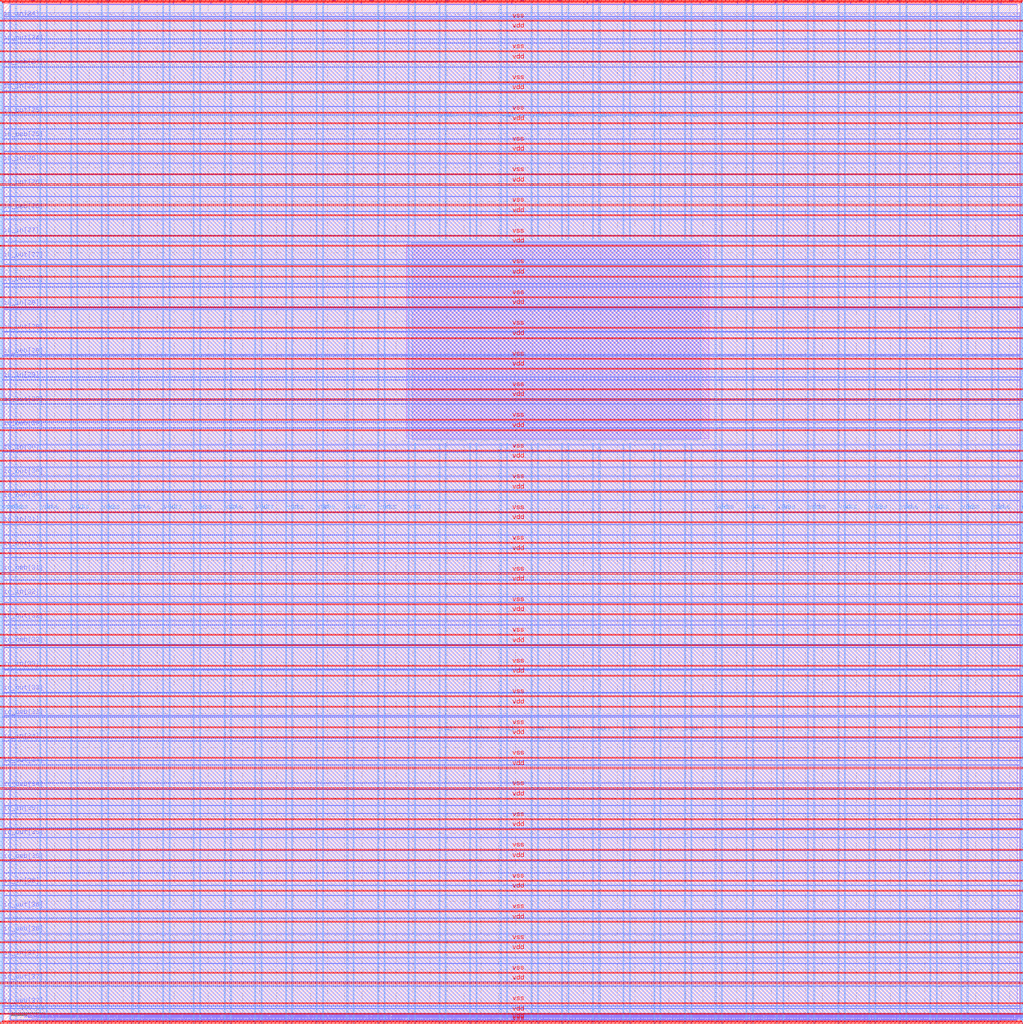
<source format=lef>
VERSION 5.7 ;
  NOWIREEXTENSIONATPIN ON ;
  DIVIDERCHAR "/" ;
  BUSBITCHARS "[]" ;
MACRO user_project_wrapper
  CLASS BLOCK ;
  FOREIGN user_project_wrapper ;
  ORIGIN 0.000 0.000 ;
  SIZE 2980.200 BY 2980.200 ;
  PIN io_in[0]
    DIRECTION INPUT ;
    USE SIGNAL ;
    PORT
      LAYER Metal3 ;
        RECT 2977.800 35.560 2985.000 36.680 ;
    END
  END io_in[0]
  PIN io_in[10]
    DIRECTION INPUT ;
    USE SIGNAL ;
    PORT
      LAYER Metal3 ;
        RECT 2977.800 2017.960 2985.000 2019.080 ;
    END
  END io_in[10]
  PIN io_in[11]
    DIRECTION INPUT ;
    USE SIGNAL ;
    PORT
      LAYER Metal3 ;
        RECT 2977.800 2216.200 2985.000 2217.320 ;
    END
  END io_in[11]
  PIN io_in[12]
    DIRECTION INPUT ;
    USE SIGNAL ;
    PORT
      LAYER Metal3 ;
        RECT 2977.800 2414.440 2985.000 2415.560 ;
    END
  END io_in[12]
  PIN io_in[13]
    DIRECTION INPUT ;
    USE SIGNAL ;
    PORT
      LAYER Metal3 ;
        RECT 2977.800 2612.680 2985.000 2613.800 ;
    END
  END io_in[13]
  PIN io_in[14]
    DIRECTION INPUT ;
    USE SIGNAL ;
    PORT
      LAYER Metal3 ;
        RECT 2977.800 2810.920 2985.000 2812.040 ;
    END
  END io_in[14]
  PIN io_in[15]
    DIRECTION INPUT ;
    USE SIGNAL ;
    PORT
      LAYER Metal2 ;
        RECT 2923.480 2977.800 2924.600 2985.000 ;
    END
  END io_in[15]
  PIN io_in[16]
    DIRECTION INPUT ;
    USE SIGNAL ;
    PORT
      LAYER Metal2 ;
        RECT 2592.520 2977.800 2593.640 2985.000 ;
    END
  END io_in[16]
  PIN io_in[17]
    DIRECTION INPUT ;
    USE SIGNAL ;
    PORT
      LAYER Metal2 ;
        RECT 2261.560 2977.800 2262.680 2985.000 ;
    END
  END io_in[17]
  PIN io_in[18]
    DIRECTION INPUT ;
    USE SIGNAL ;
    PORT
      LAYER Metal2 ;
        RECT 1930.600 2977.800 1931.720 2985.000 ;
    END
  END io_in[18]
  PIN io_in[19]
    DIRECTION INPUT ;
    USE SIGNAL ;
    PORT
      LAYER Metal2 ;
        RECT 1599.640 2977.800 1600.760 2985.000 ;
    END
  END io_in[19]
  PIN io_in[1]
    DIRECTION INPUT ;
    USE SIGNAL ;
    PORT
      LAYER Metal3 ;
        RECT 2977.800 233.800 2985.000 234.920 ;
    END
  END io_in[1]
  PIN io_in[20]
    DIRECTION INPUT ;
    USE SIGNAL ;
    PORT
      LAYER Metal2 ;
        RECT 1268.680 2977.800 1269.800 2985.000 ;
    END
  END io_in[20]
  PIN io_in[21]
    DIRECTION INPUT ;
    USE SIGNAL ;
    PORT
      LAYER Metal2 ;
        RECT 937.720 2977.800 938.840 2985.000 ;
    END
  END io_in[21]
  PIN io_in[22]
    DIRECTION INPUT ;
    USE SIGNAL ;
    PORT
      LAYER Metal2 ;
        RECT 606.760 2977.800 607.880 2985.000 ;
    END
  END io_in[22]
  PIN io_in[23]
    DIRECTION INPUT ;
    USE SIGNAL ;
    PORT
      LAYER Metal2 ;
        RECT 275.800 2977.800 276.920 2985.000 ;
    END
  END io_in[23]
  PIN io_in[24]
    DIRECTION INPUT ;
    USE SIGNAL ;
    PORT
      LAYER Metal3 ;
        RECT -4.800 2935.800 2.400 2936.920 ;
    END
  END io_in[24]
  PIN io_in[25]
    DIRECTION INPUT ;
    USE SIGNAL ;
    PORT
      LAYER Metal3 ;
        RECT -4.800 2724.120 2.400 2725.240 ;
    END
  END io_in[25]
  PIN io_in[26]
    DIRECTION INPUT ;
    USE SIGNAL ;
    PORT
      LAYER Metal3 ;
        RECT -4.800 2512.440 2.400 2513.560 ;
    END
  END io_in[26]
  PIN io_in[27]
    DIRECTION INPUT ;
    USE SIGNAL ;
    PORT
      LAYER Metal3 ;
        RECT -4.800 2300.760 2.400 2301.880 ;
    END
  END io_in[27]
  PIN io_in[28]
    DIRECTION INPUT ;
    USE SIGNAL ;
    PORT
      LAYER Metal3 ;
        RECT -4.800 2089.080 2.400 2090.200 ;
    END
  END io_in[28]
  PIN io_in[29]
    DIRECTION INPUT ;
    USE SIGNAL ;
    PORT
      LAYER Metal3 ;
        RECT -4.800 1877.400 2.400 1878.520 ;
    END
  END io_in[29]
  PIN io_in[2]
    DIRECTION INPUT ;
    USE SIGNAL ;
    PORT
      LAYER Metal3 ;
        RECT 2977.800 432.040 2985.000 433.160 ;
    END
  END io_in[2]
  PIN io_in[30]
    DIRECTION INPUT ;
    USE SIGNAL ;
    PORT
      LAYER Metal3 ;
        RECT -4.800 1665.720 2.400 1666.840 ;
    END
  END io_in[30]
  PIN io_in[31]
    DIRECTION INPUT ;
    USE SIGNAL ;
    PORT
      LAYER Metal3 ;
        RECT -4.800 1454.040 2.400 1455.160 ;
    END
  END io_in[31]
  PIN io_in[32]
    DIRECTION INPUT ;
    USE SIGNAL ;
    PORT
      LAYER Metal3 ;
        RECT -4.800 1242.360 2.400 1243.480 ;
    END
  END io_in[32]
  PIN io_in[33]
    DIRECTION INPUT ;
    USE SIGNAL ;
    PORT
      LAYER Metal3 ;
        RECT -4.800 1030.680 2.400 1031.800 ;
    END
  END io_in[33]
  PIN io_in[34]
    DIRECTION INPUT ;
    USE SIGNAL ;
    PORT
      LAYER Metal3 ;
        RECT -4.800 819.000 2.400 820.120 ;
    END
  END io_in[34]
  PIN io_in[35]
    DIRECTION INPUT ;
    USE SIGNAL ;
    PORT
      LAYER Metal3 ;
        RECT -4.800 607.320 2.400 608.440 ;
    END
  END io_in[35]
  PIN io_in[36]
    DIRECTION INPUT ;
    USE SIGNAL ;
    PORT
      LAYER Metal3 ;
        RECT -4.800 395.640 2.400 396.760 ;
    END
  END io_in[36]
  PIN io_in[37]
    DIRECTION INPUT ;
    USE SIGNAL ;
    PORT
      LAYER Metal3 ;
        RECT -4.800 183.960 2.400 185.080 ;
    END
  END io_in[37]
  PIN io_in[3]
    DIRECTION INPUT ;
    USE SIGNAL ;
    PORT
      LAYER Metal3 ;
        RECT 2977.800 630.280 2985.000 631.400 ;
    END
  END io_in[3]
  PIN io_in[4]
    DIRECTION INPUT ;
    USE SIGNAL ;
    PORT
      LAYER Metal3 ;
        RECT 2977.800 828.520 2985.000 829.640 ;
    END
  END io_in[4]
  PIN io_in[5]
    DIRECTION INPUT ;
    USE SIGNAL ;
    PORT
      LAYER Metal3 ;
        RECT 2977.800 1026.760 2985.000 1027.880 ;
    END
  END io_in[5]
  PIN io_in[6]
    DIRECTION INPUT ;
    USE SIGNAL ;
    PORT
      LAYER Metal3 ;
        RECT 2977.800 1225.000 2985.000 1226.120 ;
    END
  END io_in[6]
  PIN io_in[7]
    DIRECTION INPUT ;
    USE SIGNAL ;
    PORT
      LAYER Metal3 ;
        RECT 2977.800 1423.240 2985.000 1424.360 ;
    END
  END io_in[7]
  PIN io_in[8]
    DIRECTION INPUT ;
    USE SIGNAL ;
    PORT
      LAYER Metal3 ;
        RECT 2977.800 1621.480 2985.000 1622.600 ;
    END
  END io_in[8]
  PIN io_in[9]
    DIRECTION INPUT ;
    USE SIGNAL ;
    PORT
      LAYER Metal3 ;
        RECT 2977.800 1819.720 2985.000 1820.840 ;
    END
  END io_in[9]
  PIN io_oeb[0]
    DIRECTION OUTPUT TRISTATE ;
    USE SIGNAL ;
    PORT
      LAYER Metal3 ;
        RECT 2977.800 167.720 2985.000 168.840 ;
    END
  END io_oeb[0]
  PIN io_oeb[10]
    DIRECTION OUTPUT TRISTATE ;
    USE SIGNAL ;
    PORT
      LAYER Metal3 ;
        RECT 2977.800 2150.120 2985.000 2151.240 ;
    END
  END io_oeb[10]
  PIN io_oeb[11]
    DIRECTION OUTPUT TRISTATE ;
    USE SIGNAL ;
    PORT
      LAYER Metal3 ;
        RECT 2977.800 2348.360 2985.000 2349.480 ;
    END
  END io_oeb[11]
  PIN io_oeb[12]
    DIRECTION OUTPUT TRISTATE ;
    USE SIGNAL ;
    PORT
      LAYER Metal3 ;
        RECT 2977.800 2546.600 2985.000 2547.720 ;
    END
  END io_oeb[12]
  PIN io_oeb[13]
    DIRECTION OUTPUT TRISTATE ;
    USE SIGNAL ;
    PORT
      LAYER Metal3 ;
        RECT 2977.800 2744.840 2985.000 2745.960 ;
    END
  END io_oeb[13]
  PIN io_oeb[14]
    DIRECTION OUTPUT TRISTATE ;
    USE SIGNAL ;
    PORT
      LAYER Metal3 ;
        RECT 2977.800 2943.080 2985.000 2944.200 ;
    END
  END io_oeb[14]
  PIN io_oeb[15]
    DIRECTION OUTPUT TRISTATE ;
    USE SIGNAL ;
    PORT
      LAYER Metal2 ;
        RECT 2702.840 2977.800 2703.960 2985.000 ;
    END
  END io_oeb[15]
  PIN io_oeb[16]
    DIRECTION OUTPUT TRISTATE ;
    USE SIGNAL ;
    PORT
      LAYER Metal2 ;
        RECT 2371.880 2977.800 2373.000 2985.000 ;
    END
  END io_oeb[16]
  PIN io_oeb[17]
    DIRECTION OUTPUT TRISTATE ;
    USE SIGNAL ;
    PORT
      LAYER Metal2 ;
        RECT 2040.920 2977.800 2042.040 2985.000 ;
    END
  END io_oeb[17]
  PIN io_oeb[18]
    DIRECTION OUTPUT TRISTATE ;
    USE SIGNAL ;
    PORT
      LAYER Metal2 ;
        RECT 1709.960 2977.800 1711.080 2985.000 ;
    END
  END io_oeb[18]
  PIN io_oeb[19]
    DIRECTION OUTPUT TRISTATE ;
    USE SIGNAL ;
    PORT
      LAYER Metal2 ;
        RECT 1379.000 2977.800 1380.120 2985.000 ;
    END
  END io_oeb[19]
  PIN io_oeb[1]
    DIRECTION OUTPUT TRISTATE ;
    USE SIGNAL ;
    PORT
      LAYER Metal3 ;
        RECT 2977.800 365.960 2985.000 367.080 ;
    END
  END io_oeb[1]
  PIN io_oeb[20]
    DIRECTION OUTPUT TRISTATE ;
    USE SIGNAL ;
    PORT
      LAYER Metal2 ;
        RECT 1048.040 2977.800 1049.160 2985.000 ;
    END
  END io_oeb[20]
  PIN io_oeb[21]
    DIRECTION OUTPUT TRISTATE ;
    USE SIGNAL ;
    PORT
      LAYER Metal2 ;
        RECT 717.080 2977.800 718.200 2985.000 ;
    END
  END io_oeb[21]
  PIN io_oeb[22]
    DIRECTION OUTPUT TRISTATE ;
    USE SIGNAL ;
    PORT
      LAYER Metal2 ;
        RECT 386.120 2977.800 387.240 2985.000 ;
    END
  END io_oeb[22]
  PIN io_oeb[23]
    DIRECTION OUTPUT TRISTATE ;
    USE SIGNAL ;
    PORT
      LAYER Metal2 ;
        RECT 55.160 2977.800 56.280 2985.000 ;
    END
  END io_oeb[23]
  PIN io_oeb[24]
    DIRECTION OUTPUT TRISTATE ;
    USE SIGNAL ;
    PORT
      LAYER Metal3 ;
        RECT -4.800 2794.680 2.400 2795.800 ;
    END
  END io_oeb[24]
  PIN io_oeb[25]
    DIRECTION OUTPUT TRISTATE ;
    USE SIGNAL ;
    PORT
      LAYER Metal3 ;
        RECT -4.800 2583.000 2.400 2584.120 ;
    END
  END io_oeb[25]
  PIN io_oeb[26]
    DIRECTION OUTPUT TRISTATE ;
    USE SIGNAL ;
    PORT
      LAYER Metal3 ;
        RECT -4.800 2371.320 2.400 2372.440 ;
    END
  END io_oeb[26]
  PIN io_oeb[27]
    DIRECTION OUTPUT TRISTATE ;
    USE SIGNAL ;
    PORT
      LAYER Metal3 ;
        RECT -4.800 2159.640 2.400 2160.760 ;
    END
  END io_oeb[27]
  PIN io_oeb[28]
    DIRECTION OUTPUT TRISTATE ;
    USE SIGNAL ;
    PORT
      LAYER Metal3 ;
        RECT -4.800 1947.960 2.400 1949.080 ;
    END
  END io_oeb[28]
  PIN io_oeb[29]
    DIRECTION OUTPUT TRISTATE ;
    USE SIGNAL ;
    PORT
      LAYER Metal3 ;
        RECT -4.800 1736.280 2.400 1737.400 ;
    END
  END io_oeb[29]
  PIN io_oeb[2]
    DIRECTION OUTPUT TRISTATE ;
    USE SIGNAL ;
    PORT
      LAYER Metal3 ;
        RECT 2977.800 564.200 2985.000 565.320 ;
    END
  END io_oeb[2]
  PIN io_oeb[30]
    DIRECTION OUTPUT TRISTATE ;
    USE SIGNAL ;
    PORT
      LAYER Metal3 ;
        RECT -4.800 1524.600 2.400 1525.720 ;
    END
  END io_oeb[30]
  PIN io_oeb[31]
    DIRECTION OUTPUT TRISTATE ;
    USE SIGNAL ;
    PORT
      LAYER Metal3 ;
        RECT -4.800 1312.920 2.400 1314.040 ;
    END
  END io_oeb[31]
  PIN io_oeb[32]
    DIRECTION OUTPUT TRISTATE ;
    USE SIGNAL ;
    PORT
      LAYER Metal3 ;
        RECT -4.800 1101.240 2.400 1102.360 ;
    END
  END io_oeb[32]
  PIN io_oeb[33]
    DIRECTION OUTPUT TRISTATE ;
    USE SIGNAL ;
    PORT
      LAYER Metal3 ;
        RECT -4.800 889.560 2.400 890.680 ;
    END
  END io_oeb[33]
  PIN io_oeb[34]
    DIRECTION OUTPUT TRISTATE ;
    USE SIGNAL ;
    PORT
      LAYER Metal3 ;
        RECT -4.800 677.880 2.400 679.000 ;
    END
  END io_oeb[34]
  PIN io_oeb[35]
    DIRECTION OUTPUT TRISTATE ;
    USE SIGNAL ;
    PORT
      LAYER Metal3 ;
        RECT -4.800 466.200 2.400 467.320 ;
    END
  END io_oeb[35]
  PIN io_oeb[36]
    DIRECTION OUTPUT TRISTATE ;
    USE SIGNAL ;
    PORT
      LAYER Metal3 ;
        RECT -4.800 254.520 2.400 255.640 ;
    END
  END io_oeb[36]
  PIN io_oeb[37]
    DIRECTION OUTPUT TRISTATE ;
    USE SIGNAL ;
    PORT
      LAYER Metal3 ;
        RECT -4.800 42.840 2.400 43.960 ;
    END
  END io_oeb[37]
  PIN io_oeb[3]
    DIRECTION OUTPUT TRISTATE ;
    USE SIGNAL ;
    PORT
      LAYER Metal3 ;
        RECT 2977.800 762.440 2985.000 763.560 ;
    END
  END io_oeb[3]
  PIN io_oeb[4]
    DIRECTION OUTPUT TRISTATE ;
    USE SIGNAL ;
    PORT
      LAYER Metal3 ;
        RECT 2977.800 960.680 2985.000 961.800 ;
    END
  END io_oeb[4]
  PIN io_oeb[5]
    DIRECTION OUTPUT TRISTATE ;
    USE SIGNAL ;
    PORT
      LAYER Metal3 ;
        RECT 2977.800 1158.920 2985.000 1160.040 ;
    END
  END io_oeb[5]
  PIN io_oeb[6]
    DIRECTION OUTPUT TRISTATE ;
    USE SIGNAL ;
    PORT
      LAYER Metal3 ;
        RECT 2977.800 1357.160 2985.000 1358.280 ;
    END
  END io_oeb[6]
  PIN io_oeb[7]
    DIRECTION OUTPUT TRISTATE ;
    USE SIGNAL ;
    PORT
      LAYER Metal3 ;
        RECT 2977.800 1555.400 2985.000 1556.520 ;
    END
  END io_oeb[7]
  PIN io_oeb[8]
    DIRECTION OUTPUT TRISTATE ;
    USE SIGNAL ;
    PORT
      LAYER Metal3 ;
        RECT 2977.800 1753.640 2985.000 1754.760 ;
    END
  END io_oeb[8]
  PIN io_oeb[9]
    DIRECTION OUTPUT TRISTATE ;
    USE SIGNAL ;
    PORT
      LAYER Metal3 ;
        RECT 2977.800 1951.880 2985.000 1953.000 ;
    END
  END io_oeb[9]
  PIN io_out[0]
    DIRECTION OUTPUT TRISTATE ;
    USE SIGNAL ;
    PORT
      LAYER Metal3 ;
        RECT 2977.800 101.640 2985.000 102.760 ;
    END
  END io_out[0]
  PIN io_out[10]
    DIRECTION OUTPUT TRISTATE ;
    USE SIGNAL ;
    PORT
      LAYER Metal3 ;
        RECT 2977.800 2084.040 2985.000 2085.160 ;
    END
  END io_out[10]
  PIN io_out[11]
    DIRECTION OUTPUT TRISTATE ;
    USE SIGNAL ;
    PORT
      LAYER Metal3 ;
        RECT 2977.800 2282.280 2985.000 2283.400 ;
    END
  END io_out[11]
  PIN io_out[12]
    DIRECTION OUTPUT TRISTATE ;
    USE SIGNAL ;
    PORT
      LAYER Metal3 ;
        RECT 2977.800 2480.520 2985.000 2481.640 ;
    END
  END io_out[12]
  PIN io_out[13]
    DIRECTION OUTPUT TRISTATE ;
    USE SIGNAL ;
    PORT
      LAYER Metal3 ;
        RECT 2977.800 2678.760 2985.000 2679.880 ;
    END
  END io_out[13]
  PIN io_out[14]
    DIRECTION OUTPUT TRISTATE ;
    USE SIGNAL ;
    PORT
      LAYER Metal3 ;
        RECT 2977.800 2877.000 2985.000 2878.120 ;
    END
  END io_out[14]
  PIN io_out[15]
    DIRECTION OUTPUT TRISTATE ;
    USE SIGNAL ;
    PORT
      LAYER Metal2 ;
        RECT 2813.160 2977.800 2814.280 2985.000 ;
    END
  END io_out[15]
  PIN io_out[16]
    DIRECTION OUTPUT TRISTATE ;
    USE SIGNAL ;
    PORT
      LAYER Metal2 ;
        RECT 2482.200 2977.800 2483.320 2985.000 ;
    END
  END io_out[16]
  PIN io_out[17]
    DIRECTION OUTPUT TRISTATE ;
    USE SIGNAL ;
    PORT
      LAYER Metal2 ;
        RECT 2151.240 2977.800 2152.360 2985.000 ;
    END
  END io_out[17]
  PIN io_out[18]
    DIRECTION OUTPUT TRISTATE ;
    USE SIGNAL ;
    PORT
      LAYER Metal2 ;
        RECT 1820.280 2977.800 1821.400 2985.000 ;
    END
  END io_out[18]
  PIN io_out[19]
    DIRECTION OUTPUT TRISTATE ;
    USE SIGNAL ;
    PORT
      LAYER Metal2 ;
        RECT 1489.320 2977.800 1490.440 2985.000 ;
    END
  END io_out[19]
  PIN io_out[1]
    DIRECTION OUTPUT TRISTATE ;
    USE SIGNAL ;
    PORT
      LAYER Metal3 ;
        RECT 2977.800 299.880 2985.000 301.000 ;
    END
  END io_out[1]
  PIN io_out[20]
    DIRECTION OUTPUT TRISTATE ;
    USE SIGNAL ;
    PORT
      LAYER Metal2 ;
        RECT 1158.360 2977.800 1159.480 2985.000 ;
    END
  END io_out[20]
  PIN io_out[21]
    DIRECTION OUTPUT TRISTATE ;
    USE SIGNAL ;
    PORT
      LAYER Metal2 ;
        RECT 827.400 2977.800 828.520 2985.000 ;
    END
  END io_out[21]
  PIN io_out[22]
    DIRECTION OUTPUT TRISTATE ;
    USE SIGNAL ;
    PORT
      LAYER Metal2 ;
        RECT 496.440 2977.800 497.560 2985.000 ;
    END
  END io_out[22]
  PIN io_out[23]
    DIRECTION OUTPUT TRISTATE ;
    USE SIGNAL ;
    PORT
      LAYER Metal2 ;
        RECT 165.480 2977.800 166.600 2985.000 ;
    END
  END io_out[23]
  PIN io_out[24]
    DIRECTION OUTPUT TRISTATE ;
    USE SIGNAL ;
    PORT
      LAYER Metal3 ;
        RECT -4.800 2865.240 2.400 2866.360 ;
    END
  END io_out[24]
  PIN io_out[25]
    DIRECTION OUTPUT TRISTATE ;
    USE SIGNAL ;
    PORT
      LAYER Metal3 ;
        RECT -4.800 2653.560 2.400 2654.680 ;
    END
  END io_out[25]
  PIN io_out[26]
    DIRECTION OUTPUT TRISTATE ;
    USE SIGNAL ;
    PORT
      LAYER Metal3 ;
        RECT -4.800 2441.880 2.400 2443.000 ;
    END
  END io_out[26]
  PIN io_out[27]
    DIRECTION OUTPUT TRISTATE ;
    USE SIGNAL ;
    PORT
      LAYER Metal3 ;
        RECT -4.800 2230.200 2.400 2231.320 ;
    END
  END io_out[27]
  PIN io_out[28]
    DIRECTION OUTPUT TRISTATE ;
    USE SIGNAL ;
    PORT
      LAYER Metal3 ;
        RECT -4.800 2018.520 2.400 2019.640 ;
    END
  END io_out[28]
  PIN io_out[29]
    DIRECTION OUTPUT TRISTATE ;
    USE SIGNAL ;
    PORT
      LAYER Metal3 ;
        RECT -4.800 1806.840 2.400 1807.960 ;
    END
  END io_out[29]
  PIN io_out[2]
    DIRECTION OUTPUT TRISTATE ;
    USE SIGNAL ;
    PORT
      LAYER Metal3 ;
        RECT 2977.800 498.120 2985.000 499.240 ;
    END
  END io_out[2]
  PIN io_out[30]
    DIRECTION OUTPUT TRISTATE ;
    USE SIGNAL ;
    PORT
      LAYER Metal3 ;
        RECT -4.800 1595.160 2.400 1596.280 ;
    END
  END io_out[30]
  PIN io_out[31]
    DIRECTION OUTPUT TRISTATE ;
    USE SIGNAL ;
    PORT
      LAYER Metal3 ;
        RECT -4.800 1383.480 2.400 1384.600 ;
    END
  END io_out[31]
  PIN io_out[32]
    DIRECTION OUTPUT TRISTATE ;
    USE SIGNAL ;
    PORT
      LAYER Metal3 ;
        RECT -4.800 1171.800 2.400 1172.920 ;
    END
  END io_out[32]
  PIN io_out[33]
    DIRECTION OUTPUT TRISTATE ;
    USE SIGNAL ;
    PORT
      LAYER Metal3 ;
        RECT -4.800 960.120 2.400 961.240 ;
    END
  END io_out[33]
  PIN io_out[34]
    DIRECTION OUTPUT TRISTATE ;
    USE SIGNAL ;
    PORT
      LAYER Metal3 ;
        RECT -4.800 748.440 2.400 749.560 ;
    END
  END io_out[34]
  PIN io_out[35]
    DIRECTION OUTPUT TRISTATE ;
    USE SIGNAL ;
    PORT
      LAYER Metal3 ;
        RECT -4.800 536.760 2.400 537.880 ;
    END
  END io_out[35]
  PIN io_out[36]
    DIRECTION OUTPUT TRISTATE ;
    USE SIGNAL ;
    PORT
      LAYER Metal3 ;
        RECT -4.800 325.080 2.400 326.200 ;
    END
  END io_out[36]
  PIN io_out[37]
    DIRECTION OUTPUT TRISTATE ;
    USE SIGNAL ;
    PORT
      LAYER Metal3 ;
        RECT -4.800 113.400 2.400 114.520 ;
    END
  END io_out[37]
  PIN io_out[3]
    DIRECTION OUTPUT TRISTATE ;
    USE SIGNAL ;
    PORT
      LAYER Metal3 ;
        RECT 2977.800 696.360 2985.000 697.480 ;
    END
  END io_out[3]
  PIN io_out[4]
    DIRECTION OUTPUT TRISTATE ;
    USE SIGNAL ;
    PORT
      LAYER Metal3 ;
        RECT 2977.800 894.600 2985.000 895.720 ;
    END
  END io_out[4]
  PIN io_out[5]
    DIRECTION OUTPUT TRISTATE ;
    USE SIGNAL ;
    PORT
      LAYER Metal3 ;
        RECT 2977.800 1092.840 2985.000 1093.960 ;
    END
  END io_out[5]
  PIN io_out[6]
    DIRECTION OUTPUT TRISTATE ;
    USE SIGNAL ;
    PORT
      LAYER Metal3 ;
        RECT 2977.800 1291.080 2985.000 1292.200 ;
    END
  END io_out[6]
  PIN io_out[7]
    DIRECTION OUTPUT TRISTATE ;
    USE SIGNAL ;
    PORT
      LAYER Metal3 ;
        RECT 2977.800 1489.320 2985.000 1490.440 ;
    END
  END io_out[7]
  PIN io_out[8]
    DIRECTION OUTPUT TRISTATE ;
    USE SIGNAL ;
    PORT
      LAYER Metal3 ;
        RECT 2977.800 1687.560 2985.000 1688.680 ;
    END
  END io_out[8]
  PIN io_out[9]
    DIRECTION OUTPUT TRISTATE ;
    USE SIGNAL ;
    PORT
      LAYER Metal3 ;
        RECT 2977.800 1885.800 2985.000 1886.920 ;
    END
  END io_out[9]
  PIN la_data_in[0]
    DIRECTION INPUT ;
    USE SIGNAL ;
    PORT
      LAYER Metal2 ;
        RECT 1065.960 -4.800 1067.080 2.400 ;
    END
  END la_data_in[0]
  PIN la_data_in[10]
    DIRECTION INPUT ;
    USE SIGNAL ;
    PORT
      LAYER Metal2 ;
        RECT 1351.560 -4.800 1352.680 2.400 ;
    END
  END la_data_in[10]
  PIN la_data_in[11]
    DIRECTION INPUT ;
    USE SIGNAL ;
    PORT
      LAYER Metal2 ;
        RECT 1380.120 -4.800 1381.240 2.400 ;
    END
  END la_data_in[11]
  PIN la_data_in[12]
    DIRECTION INPUT ;
    USE SIGNAL ;
    PORT
      LAYER Metal2 ;
        RECT 1408.680 -4.800 1409.800 2.400 ;
    END
  END la_data_in[12]
  PIN la_data_in[13]
    DIRECTION INPUT ;
    USE SIGNAL ;
    PORT
      LAYER Metal2 ;
        RECT 1437.240 -4.800 1438.360 2.400 ;
    END
  END la_data_in[13]
  PIN la_data_in[14]
    DIRECTION INPUT ;
    USE SIGNAL ;
    PORT
      LAYER Metal2 ;
        RECT 1465.800 -4.800 1466.920 2.400 ;
    END
  END la_data_in[14]
  PIN la_data_in[15]
    DIRECTION INPUT ;
    USE SIGNAL ;
    PORT
      LAYER Metal2 ;
        RECT 1494.360 -4.800 1495.480 2.400 ;
    END
  END la_data_in[15]
  PIN la_data_in[16]
    DIRECTION INPUT ;
    USE SIGNAL ;
    PORT
      LAYER Metal2 ;
        RECT 1522.920 -4.800 1524.040 2.400 ;
    END
  END la_data_in[16]
  PIN la_data_in[17]
    DIRECTION INPUT ;
    USE SIGNAL ;
    PORT
      LAYER Metal2 ;
        RECT 1551.480 -4.800 1552.600 2.400 ;
    END
  END la_data_in[17]
  PIN la_data_in[18]
    DIRECTION INPUT ;
    USE SIGNAL ;
    PORT
      LAYER Metal2 ;
        RECT 1580.040 -4.800 1581.160 2.400 ;
    END
  END la_data_in[18]
  PIN la_data_in[19]
    DIRECTION INPUT ;
    USE SIGNAL ;
    PORT
      LAYER Metal2 ;
        RECT 1608.600 -4.800 1609.720 2.400 ;
    END
  END la_data_in[19]
  PIN la_data_in[1]
    DIRECTION INPUT ;
    USE SIGNAL ;
    PORT
      LAYER Metal2 ;
        RECT 1094.520 -4.800 1095.640 2.400 ;
    END
  END la_data_in[1]
  PIN la_data_in[20]
    DIRECTION INPUT ;
    USE SIGNAL ;
    PORT
      LAYER Metal2 ;
        RECT 1637.160 -4.800 1638.280 2.400 ;
    END
  END la_data_in[20]
  PIN la_data_in[21]
    DIRECTION INPUT ;
    USE SIGNAL ;
    PORT
      LAYER Metal2 ;
        RECT 1665.720 -4.800 1666.840 2.400 ;
    END
  END la_data_in[21]
  PIN la_data_in[22]
    DIRECTION INPUT ;
    USE SIGNAL ;
    PORT
      LAYER Metal2 ;
        RECT 1694.280 -4.800 1695.400 2.400 ;
    END
  END la_data_in[22]
  PIN la_data_in[23]
    DIRECTION INPUT ;
    USE SIGNAL ;
    PORT
      LAYER Metal2 ;
        RECT 1722.840 -4.800 1723.960 2.400 ;
    END
  END la_data_in[23]
  PIN la_data_in[24]
    DIRECTION INPUT ;
    USE SIGNAL ;
    PORT
      LAYER Metal2 ;
        RECT 1751.400 -4.800 1752.520 2.400 ;
    END
  END la_data_in[24]
  PIN la_data_in[25]
    DIRECTION INPUT ;
    USE SIGNAL ;
    PORT
      LAYER Metal2 ;
        RECT 1779.960 -4.800 1781.080 2.400 ;
    END
  END la_data_in[25]
  PIN la_data_in[26]
    DIRECTION INPUT ;
    USE SIGNAL ;
    PORT
      LAYER Metal2 ;
        RECT 1808.520 -4.800 1809.640 2.400 ;
    END
  END la_data_in[26]
  PIN la_data_in[27]
    DIRECTION INPUT ;
    USE SIGNAL ;
    PORT
      LAYER Metal2 ;
        RECT 1837.080 -4.800 1838.200 2.400 ;
    END
  END la_data_in[27]
  PIN la_data_in[28]
    DIRECTION INPUT ;
    USE SIGNAL ;
    PORT
      LAYER Metal2 ;
        RECT 1865.640 -4.800 1866.760 2.400 ;
    END
  END la_data_in[28]
  PIN la_data_in[29]
    DIRECTION INPUT ;
    USE SIGNAL ;
    PORT
      LAYER Metal2 ;
        RECT 1894.200 -4.800 1895.320 2.400 ;
    END
  END la_data_in[29]
  PIN la_data_in[2]
    DIRECTION INPUT ;
    USE SIGNAL ;
    PORT
      LAYER Metal2 ;
        RECT 1123.080 -4.800 1124.200 2.400 ;
    END
  END la_data_in[2]
  PIN la_data_in[30]
    DIRECTION INPUT ;
    USE SIGNAL ;
    PORT
      LAYER Metal2 ;
        RECT 1922.760 -4.800 1923.880 2.400 ;
    END
  END la_data_in[30]
  PIN la_data_in[31]
    DIRECTION INPUT ;
    USE SIGNAL ;
    PORT
      LAYER Metal2 ;
        RECT 1951.320 -4.800 1952.440 2.400 ;
    END
  END la_data_in[31]
  PIN la_data_in[32]
    DIRECTION INPUT ;
    USE SIGNAL ;
    PORT
      LAYER Metal2 ;
        RECT 1979.880 -4.800 1981.000 2.400 ;
    END
  END la_data_in[32]
  PIN la_data_in[33]
    DIRECTION INPUT ;
    USE SIGNAL ;
    PORT
      LAYER Metal2 ;
        RECT 2008.440 -4.800 2009.560 2.400 ;
    END
  END la_data_in[33]
  PIN la_data_in[34]
    DIRECTION INPUT ;
    USE SIGNAL ;
    PORT
      LAYER Metal2 ;
        RECT 2037.000 -4.800 2038.120 2.400 ;
    END
  END la_data_in[34]
  PIN la_data_in[35]
    DIRECTION INPUT ;
    USE SIGNAL ;
    PORT
      LAYER Metal2 ;
        RECT 2065.560 -4.800 2066.680 2.400 ;
    END
  END la_data_in[35]
  PIN la_data_in[36]
    DIRECTION INPUT ;
    USE SIGNAL ;
    PORT
      LAYER Metal2 ;
        RECT 2094.120 -4.800 2095.240 2.400 ;
    END
  END la_data_in[36]
  PIN la_data_in[37]
    DIRECTION INPUT ;
    USE SIGNAL ;
    PORT
      LAYER Metal2 ;
        RECT 2122.680 -4.800 2123.800 2.400 ;
    END
  END la_data_in[37]
  PIN la_data_in[38]
    DIRECTION INPUT ;
    USE SIGNAL ;
    PORT
      LAYER Metal2 ;
        RECT 2151.240 -4.800 2152.360 2.400 ;
    END
  END la_data_in[38]
  PIN la_data_in[39]
    DIRECTION INPUT ;
    USE SIGNAL ;
    PORT
      LAYER Metal2 ;
        RECT 2179.800 -4.800 2180.920 2.400 ;
    END
  END la_data_in[39]
  PIN la_data_in[3]
    DIRECTION INPUT ;
    USE SIGNAL ;
    PORT
      LAYER Metal2 ;
        RECT 1151.640 -4.800 1152.760 2.400 ;
    END
  END la_data_in[3]
  PIN la_data_in[40]
    DIRECTION INPUT ;
    USE SIGNAL ;
    PORT
      LAYER Metal2 ;
        RECT 2208.360 -4.800 2209.480 2.400 ;
    END
  END la_data_in[40]
  PIN la_data_in[41]
    DIRECTION INPUT ;
    USE SIGNAL ;
    PORT
      LAYER Metal2 ;
        RECT 2236.920 -4.800 2238.040 2.400 ;
    END
  END la_data_in[41]
  PIN la_data_in[42]
    DIRECTION INPUT ;
    USE SIGNAL ;
    PORT
      LAYER Metal2 ;
        RECT 2265.480 -4.800 2266.600 2.400 ;
    END
  END la_data_in[42]
  PIN la_data_in[43]
    DIRECTION INPUT ;
    USE SIGNAL ;
    PORT
      LAYER Metal2 ;
        RECT 2294.040 -4.800 2295.160 2.400 ;
    END
  END la_data_in[43]
  PIN la_data_in[44]
    DIRECTION INPUT ;
    USE SIGNAL ;
    PORT
      LAYER Metal2 ;
        RECT 2322.600 -4.800 2323.720 2.400 ;
    END
  END la_data_in[44]
  PIN la_data_in[45]
    DIRECTION INPUT ;
    USE SIGNAL ;
    PORT
      LAYER Metal2 ;
        RECT 2351.160 -4.800 2352.280 2.400 ;
    END
  END la_data_in[45]
  PIN la_data_in[46]
    DIRECTION INPUT ;
    USE SIGNAL ;
    PORT
      LAYER Metal2 ;
        RECT 2379.720 -4.800 2380.840 2.400 ;
    END
  END la_data_in[46]
  PIN la_data_in[47]
    DIRECTION INPUT ;
    USE SIGNAL ;
    PORT
      LAYER Metal2 ;
        RECT 2408.280 -4.800 2409.400 2.400 ;
    END
  END la_data_in[47]
  PIN la_data_in[48]
    DIRECTION INPUT ;
    USE SIGNAL ;
    PORT
      LAYER Metal2 ;
        RECT 2436.840 -4.800 2437.960 2.400 ;
    END
  END la_data_in[48]
  PIN la_data_in[49]
    DIRECTION INPUT ;
    USE SIGNAL ;
    PORT
      LAYER Metal2 ;
        RECT 2465.400 -4.800 2466.520 2.400 ;
    END
  END la_data_in[49]
  PIN la_data_in[4]
    DIRECTION INPUT ;
    USE SIGNAL ;
    PORT
      LAYER Metal2 ;
        RECT 1180.200 -4.800 1181.320 2.400 ;
    END
  END la_data_in[4]
  PIN la_data_in[50]
    DIRECTION INPUT ;
    USE SIGNAL ;
    PORT
      LAYER Metal2 ;
        RECT 2493.960 -4.800 2495.080 2.400 ;
    END
  END la_data_in[50]
  PIN la_data_in[51]
    DIRECTION INPUT ;
    USE SIGNAL ;
    PORT
      LAYER Metal2 ;
        RECT 2522.520 -4.800 2523.640 2.400 ;
    END
  END la_data_in[51]
  PIN la_data_in[52]
    DIRECTION INPUT ;
    USE SIGNAL ;
    PORT
      LAYER Metal2 ;
        RECT 2551.080 -4.800 2552.200 2.400 ;
    END
  END la_data_in[52]
  PIN la_data_in[53]
    DIRECTION INPUT ;
    USE SIGNAL ;
    PORT
      LAYER Metal2 ;
        RECT 2579.640 -4.800 2580.760 2.400 ;
    END
  END la_data_in[53]
  PIN la_data_in[54]
    DIRECTION INPUT ;
    USE SIGNAL ;
    PORT
      LAYER Metal2 ;
        RECT 2608.200 -4.800 2609.320 2.400 ;
    END
  END la_data_in[54]
  PIN la_data_in[55]
    DIRECTION INPUT ;
    USE SIGNAL ;
    PORT
      LAYER Metal2 ;
        RECT 2636.760 -4.800 2637.880 2.400 ;
    END
  END la_data_in[55]
  PIN la_data_in[56]
    DIRECTION INPUT ;
    USE SIGNAL ;
    PORT
      LAYER Metal2 ;
        RECT 2665.320 -4.800 2666.440 2.400 ;
    END
  END la_data_in[56]
  PIN la_data_in[57]
    DIRECTION INPUT ;
    USE SIGNAL ;
    PORT
      LAYER Metal2 ;
        RECT 2693.880 -4.800 2695.000 2.400 ;
    END
  END la_data_in[57]
  PIN la_data_in[58]
    DIRECTION INPUT ;
    USE SIGNAL ;
    PORT
      LAYER Metal2 ;
        RECT 2722.440 -4.800 2723.560 2.400 ;
    END
  END la_data_in[58]
  PIN la_data_in[59]
    DIRECTION INPUT ;
    USE SIGNAL ;
    PORT
      LAYER Metal2 ;
        RECT 2751.000 -4.800 2752.120 2.400 ;
    END
  END la_data_in[59]
  PIN la_data_in[5]
    DIRECTION INPUT ;
    USE SIGNAL ;
    PORT
      LAYER Metal2 ;
        RECT 1208.760 -4.800 1209.880 2.400 ;
    END
  END la_data_in[5]
  PIN la_data_in[60]
    DIRECTION INPUT ;
    USE SIGNAL ;
    PORT
      LAYER Metal2 ;
        RECT 2779.560 -4.800 2780.680 2.400 ;
    END
  END la_data_in[60]
  PIN la_data_in[61]
    DIRECTION INPUT ;
    USE SIGNAL ;
    PORT
      LAYER Metal2 ;
        RECT 2808.120 -4.800 2809.240 2.400 ;
    END
  END la_data_in[61]
  PIN la_data_in[62]
    DIRECTION INPUT ;
    USE SIGNAL ;
    PORT
      LAYER Metal2 ;
        RECT 2836.680 -4.800 2837.800 2.400 ;
    END
  END la_data_in[62]
  PIN la_data_in[63]
    DIRECTION INPUT ;
    USE SIGNAL ;
    PORT
      LAYER Metal2 ;
        RECT 2865.240 -4.800 2866.360 2.400 ;
    END
  END la_data_in[63]
  PIN la_data_in[6]
    DIRECTION INPUT ;
    USE SIGNAL ;
    PORT
      LAYER Metal2 ;
        RECT 1237.320 -4.800 1238.440 2.400 ;
    END
  END la_data_in[6]
  PIN la_data_in[7]
    DIRECTION INPUT ;
    USE SIGNAL ;
    PORT
      LAYER Metal2 ;
        RECT 1265.880 -4.800 1267.000 2.400 ;
    END
  END la_data_in[7]
  PIN la_data_in[8]
    DIRECTION INPUT ;
    USE SIGNAL ;
    PORT
      LAYER Metal2 ;
        RECT 1294.440 -4.800 1295.560 2.400 ;
    END
  END la_data_in[8]
  PIN la_data_in[9]
    DIRECTION INPUT ;
    USE SIGNAL ;
    PORT
      LAYER Metal2 ;
        RECT 1323.000 -4.800 1324.120 2.400 ;
    END
  END la_data_in[9]
  PIN la_data_out[0]
    DIRECTION OUTPUT TRISTATE ;
    USE SIGNAL ;
    PORT
      LAYER Metal2 ;
        RECT 1075.480 -4.800 1076.600 2.400 ;
    END
  END la_data_out[0]
  PIN la_data_out[10]
    DIRECTION OUTPUT TRISTATE ;
    USE SIGNAL ;
    PORT
      LAYER Metal2 ;
        RECT 1361.080 -4.800 1362.200 2.400 ;
    END
  END la_data_out[10]
  PIN la_data_out[11]
    DIRECTION OUTPUT TRISTATE ;
    USE SIGNAL ;
    PORT
      LAYER Metal2 ;
        RECT 1389.640 -4.800 1390.760 2.400 ;
    END
  END la_data_out[11]
  PIN la_data_out[12]
    DIRECTION OUTPUT TRISTATE ;
    USE SIGNAL ;
    PORT
      LAYER Metal2 ;
        RECT 1418.200 -4.800 1419.320 2.400 ;
    END
  END la_data_out[12]
  PIN la_data_out[13]
    DIRECTION OUTPUT TRISTATE ;
    USE SIGNAL ;
    PORT
      LAYER Metal2 ;
        RECT 1446.760 -4.800 1447.880 2.400 ;
    END
  END la_data_out[13]
  PIN la_data_out[14]
    DIRECTION OUTPUT TRISTATE ;
    USE SIGNAL ;
    PORT
      LAYER Metal2 ;
        RECT 1475.320 -4.800 1476.440 2.400 ;
    END
  END la_data_out[14]
  PIN la_data_out[15]
    DIRECTION OUTPUT TRISTATE ;
    USE SIGNAL ;
    PORT
      LAYER Metal2 ;
        RECT 1503.880 -4.800 1505.000 2.400 ;
    END
  END la_data_out[15]
  PIN la_data_out[16]
    DIRECTION OUTPUT TRISTATE ;
    USE SIGNAL ;
    PORT
      LAYER Metal2 ;
        RECT 1532.440 -4.800 1533.560 2.400 ;
    END
  END la_data_out[16]
  PIN la_data_out[17]
    DIRECTION OUTPUT TRISTATE ;
    USE SIGNAL ;
    PORT
      LAYER Metal2 ;
        RECT 1561.000 -4.800 1562.120 2.400 ;
    END
  END la_data_out[17]
  PIN la_data_out[18]
    DIRECTION OUTPUT TRISTATE ;
    USE SIGNAL ;
    PORT
      LAYER Metal2 ;
        RECT 1589.560 -4.800 1590.680 2.400 ;
    END
  END la_data_out[18]
  PIN la_data_out[19]
    DIRECTION OUTPUT TRISTATE ;
    USE SIGNAL ;
    PORT
      LAYER Metal2 ;
        RECT 1618.120 -4.800 1619.240 2.400 ;
    END
  END la_data_out[19]
  PIN la_data_out[1]
    DIRECTION OUTPUT TRISTATE ;
    USE SIGNAL ;
    PORT
      LAYER Metal2 ;
        RECT 1104.040 -4.800 1105.160 2.400 ;
    END
  END la_data_out[1]
  PIN la_data_out[20]
    DIRECTION OUTPUT TRISTATE ;
    USE SIGNAL ;
    PORT
      LAYER Metal2 ;
        RECT 1646.680 -4.800 1647.800 2.400 ;
    END
  END la_data_out[20]
  PIN la_data_out[21]
    DIRECTION OUTPUT TRISTATE ;
    USE SIGNAL ;
    PORT
      LAYER Metal2 ;
        RECT 1675.240 -4.800 1676.360 2.400 ;
    END
  END la_data_out[21]
  PIN la_data_out[22]
    DIRECTION OUTPUT TRISTATE ;
    USE SIGNAL ;
    PORT
      LAYER Metal2 ;
        RECT 1703.800 -4.800 1704.920 2.400 ;
    END
  END la_data_out[22]
  PIN la_data_out[23]
    DIRECTION OUTPUT TRISTATE ;
    USE SIGNAL ;
    PORT
      LAYER Metal2 ;
        RECT 1732.360 -4.800 1733.480 2.400 ;
    END
  END la_data_out[23]
  PIN la_data_out[24]
    DIRECTION OUTPUT TRISTATE ;
    USE SIGNAL ;
    PORT
      LAYER Metal2 ;
        RECT 1760.920 -4.800 1762.040 2.400 ;
    END
  END la_data_out[24]
  PIN la_data_out[25]
    DIRECTION OUTPUT TRISTATE ;
    USE SIGNAL ;
    PORT
      LAYER Metal2 ;
        RECT 1789.480 -4.800 1790.600 2.400 ;
    END
  END la_data_out[25]
  PIN la_data_out[26]
    DIRECTION OUTPUT TRISTATE ;
    USE SIGNAL ;
    PORT
      LAYER Metal2 ;
        RECT 1818.040 -4.800 1819.160 2.400 ;
    END
  END la_data_out[26]
  PIN la_data_out[27]
    DIRECTION OUTPUT TRISTATE ;
    USE SIGNAL ;
    PORT
      LAYER Metal2 ;
        RECT 1846.600 -4.800 1847.720 2.400 ;
    END
  END la_data_out[27]
  PIN la_data_out[28]
    DIRECTION OUTPUT TRISTATE ;
    USE SIGNAL ;
    PORT
      LAYER Metal2 ;
        RECT 1875.160 -4.800 1876.280 2.400 ;
    END
  END la_data_out[28]
  PIN la_data_out[29]
    DIRECTION OUTPUT TRISTATE ;
    USE SIGNAL ;
    PORT
      LAYER Metal2 ;
        RECT 1903.720 -4.800 1904.840 2.400 ;
    END
  END la_data_out[29]
  PIN la_data_out[2]
    DIRECTION OUTPUT TRISTATE ;
    USE SIGNAL ;
    PORT
      LAYER Metal2 ;
        RECT 1132.600 -4.800 1133.720 2.400 ;
    END
  END la_data_out[2]
  PIN la_data_out[30]
    DIRECTION OUTPUT TRISTATE ;
    USE SIGNAL ;
    PORT
      LAYER Metal2 ;
        RECT 1932.280 -4.800 1933.400 2.400 ;
    END
  END la_data_out[30]
  PIN la_data_out[31]
    DIRECTION OUTPUT TRISTATE ;
    USE SIGNAL ;
    PORT
      LAYER Metal2 ;
        RECT 1960.840 -4.800 1961.960 2.400 ;
    END
  END la_data_out[31]
  PIN la_data_out[32]
    DIRECTION OUTPUT TRISTATE ;
    USE SIGNAL ;
    PORT
      LAYER Metal2 ;
        RECT 1989.400 -4.800 1990.520 2.400 ;
    END
  END la_data_out[32]
  PIN la_data_out[33]
    DIRECTION OUTPUT TRISTATE ;
    USE SIGNAL ;
    PORT
      LAYER Metal2 ;
        RECT 2017.960 -4.800 2019.080 2.400 ;
    END
  END la_data_out[33]
  PIN la_data_out[34]
    DIRECTION OUTPUT TRISTATE ;
    USE SIGNAL ;
    PORT
      LAYER Metal2 ;
        RECT 2046.520 -4.800 2047.640 2.400 ;
    END
  END la_data_out[34]
  PIN la_data_out[35]
    DIRECTION OUTPUT TRISTATE ;
    USE SIGNAL ;
    PORT
      LAYER Metal2 ;
        RECT 2075.080 -4.800 2076.200 2.400 ;
    END
  END la_data_out[35]
  PIN la_data_out[36]
    DIRECTION OUTPUT TRISTATE ;
    USE SIGNAL ;
    PORT
      LAYER Metal2 ;
        RECT 2103.640 -4.800 2104.760 2.400 ;
    END
  END la_data_out[36]
  PIN la_data_out[37]
    DIRECTION OUTPUT TRISTATE ;
    USE SIGNAL ;
    PORT
      LAYER Metal2 ;
        RECT 2132.200 -4.800 2133.320 2.400 ;
    END
  END la_data_out[37]
  PIN la_data_out[38]
    DIRECTION OUTPUT TRISTATE ;
    USE SIGNAL ;
    PORT
      LAYER Metal2 ;
        RECT 2160.760 -4.800 2161.880 2.400 ;
    END
  END la_data_out[38]
  PIN la_data_out[39]
    DIRECTION OUTPUT TRISTATE ;
    USE SIGNAL ;
    PORT
      LAYER Metal2 ;
        RECT 2189.320 -4.800 2190.440 2.400 ;
    END
  END la_data_out[39]
  PIN la_data_out[3]
    DIRECTION OUTPUT TRISTATE ;
    USE SIGNAL ;
    PORT
      LAYER Metal2 ;
        RECT 1161.160 -4.800 1162.280 2.400 ;
    END
  END la_data_out[3]
  PIN la_data_out[40]
    DIRECTION OUTPUT TRISTATE ;
    USE SIGNAL ;
    PORT
      LAYER Metal2 ;
        RECT 2217.880 -4.800 2219.000 2.400 ;
    END
  END la_data_out[40]
  PIN la_data_out[41]
    DIRECTION OUTPUT TRISTATE ;
    USE SIGNAL ;
    PORT
      LAYER Metal2 ;
        RECT 2246.440 -4.800 2247.560 2.400 ;
    END
  END la_data_out[41]
  PIN la_data_out[42]
    DIRECTION OUTPUT TRISTATE ;
    USE SIGNAL ;
    PORT
      LAYER Metal2 ;
        RECT 2275.000 -4.800 2276.120 2.400 ;
    END
  END la_data_out[42]
  PIN la_data_out[43]
    DIRECTION OUTPUT TRISTATE ;
    USE SIGNAL ;
    PORT
      LAYER Metal2 ;
        RECT 2303.560 -4.800 2304.680 2.400 ;
    END
  END la_data_out[43]
  PIN la_data_out[44]
    DIRECTION OUTPUT TRISTATE ;
    USE SIGNAL ;
    PORT
      LAYER Metal2 ;
        RECT 2332.120 -4.800 2333.240 2.400 ;
    END
  END la_data_out[44]
  PIN la_data_out[45]
    DIRECTION OUTPUT TRISTATE ;
    USE SIGNAL ;
    PORT
      LAYER Metal2 ;
        RECT 2360.680 -4.800 2361.800 2.400 ;
    END
  END la_data_out[45]
  PIN la_data_out[46]
    DIRECTION OUTPUT TRISTATE ;
    USE SIGNAL ;
    PORT
      LAYER Metal2 ;
        RECT 2389.240 -4.800 2390.360 2.400 ;
    END
  END la_data_out[46]
  PIN la_data_out[47]
    DIRECTION OUTPUT TRISTATE ;
    USE SIGNAL ;
    PORT
      LAYER Metal2 ;
        RECT 2417.800 -4.800 2418.920 2.400 ;
    END
  END la_data_out[47]
  PIN la_data_out[48]
    DIRECTION OUTPUT TRISTATE ;
    USE SIGNAL ;
    PORT
      LAYER Metal2 ;
        RECT 2446.360 -4.800 2447.480 2.400 ;
    END
  END la_data_out[48]
  PIN la_data_out[49]
    DIRECTION OUTPUT TRISTATE ;
    USE SIGNAL ;
    PORT
      LAYER Metal2 ;
        RECT 2474.920 -4.800 2476.040 2.400 ;
    END
  END la_data_out[49]
  PIN la_data_out[4]
    DIRECTION OUTPUT TRISTATE ;
    USE SIGNAL ;
    PORT
      LAYER Metal2 ;
        RECT 1189.720 -4.800 1190.840 2.400 ;
    END
  END la_data_out[4]
  PIN la_data_out[50]
    DIRECTION OUTPUT TRISTATE ;
    USE SIGNAL ;
    PORT
      LAYER Metal2 ;
        RECT 2503.480 -4.800 2504.600 2.400 ;
    END
  END la_data_out[50]
  PIN la_data_out[51]
    DIRECTION OUTPUT TRISTATE ;
    USE SIGNAL ;
    PORT
      LAYER Metal2 ;
        RECT 2532.040 -4.800 2533.160 2.400 ;
    END
  END la_data_out[51]
  PIN la_data_out[52]
    DIRECTION OUTPUT TRISTATE ;
    USE SIGNAL ;
    PORT
      LAYER Metal2 ;
        RECT 2560.600 -4.800 2561.720 2.400 ;
    END
  END la_data_out[52]
  PIN la_data_out[53]
    DIRECTION OUTPUT TRISTATE ;
    USE SIGNAL ;
    PORT
      LAYER Metal2 ;
        RECT 2589.160 -4.800 2590.280 2.400 ;
    END
  END la_data_out[53]
  PIN la_data_out[54]
    DIRECTION OUTPUT TRISTATE ;
    USE SIGNAL ;
    PORT
      LAYER Metal2 ;
        RECT 2617.720 -4.800 2618.840 2.400 ;
    END
  END la_data_out[54]
  PIN la_data_out[55]
    DIRECTION OUTPUT TRISTATE ;
    USE SIGNAL ;
    PORT
      LAYER Metal2 ;
        RECT 2646.280 -4.800 2647.400 2.400 ;
    END
  END la_data_out[55]
  PIN la_data_out[56]
    DIRECTION OUTPUT TRISTATE ;
    USE SIGNAL ;
    PORT
      LAYER Metal2 ;
        RECT 2674.840 -4.800 2675.960 2.400 ;
    END
  END la_data_out[56]
  PIN la_data_out[57]
    DIRECTION OUTPUT TRISTATE ;
    USE SIGNAL ;
    PORT
      LAYER Metal2 ;
        RECT 2703.400 -4.800 2704.520 2.400 ;
    END
  END la_data_out[57]
  PIN la_data_out[58]
    DIRECTION OUTPUT TRISTATE ;
    USE SIGNAL ;
    PORT
      LAYER Metal2 ;
        RECT 2731.960 -4.800 2733.080 2.400 ;
    END
  END la_data_out[58]
  PIN la_data_out[59]
    DIRECTION OUTPUT TRISTATE ;
    USE SIGNAL ;
    PORT
      LAYER Metal2 ;
        RECT 2760.520 -4.800 2761.640 2.400 ;
    END
  END la_data_out[59]
  PIN la_data_out[5]
    DIRECTION OUTPUT TRISTATE ;
    USE SIGNAL ;
    PORT
      LAYER Metal2 ;
        RECT 1218.280 -4.800 1219.400 2.400 ;
    END
  END la_data_out[5]
  PIN la_data_out[60]
    DIRECTION OUTPUT TRISTATE ;
    USE SIGNAL ;
    PORT
      LAYER Metal2 ;
        RECT 2789.080 -4.800 2790.200 2.400 ;
    END
  END la_data_out[60]
  PIN la_data_out[61]
    DIRECTION OUTPUT TRISTATE ;
    USE SIGNAL ;
    PORT
      LAYER Metal2 ;
        RECT 2817.640 -4.800 2818.760 2.400 ;
    END
  END la_data_out[61]
  PIN la_data_out[62]
    DIRECTION OUTPUT TRISTATE ;
    USE SIGNAL ;
    PORT
      LAYER Metal2 ;
        RECT 2846.200 -4.800 2847.320 2.400 ;
    END
  END la_data_out[62]
  PIN la_data_out[63]
    DIRECTION OUTPUT TRISTATE ;
    USE SIGNAL ;
    PORT
      LAYER Metal2 ;
        RECT 2874.760 -4.800 2875.880 2.400 ;
    END
  END la_data_out[63]
  PIN la_data_out[6]
    DIRECTION OUTPUT TRISTATE ;
    USE SIGNAL ;
    PORT
      LAYER Metal2 ;
        RECT 1246.840 -4.800 1247.960 2.400 ;
    END
  END la_data_out[6]
  PIN la_data_out[7]
    DIRECTION OUTPUT TRISTATE ;
    USE SIGNAL ;
    PORT
      LAYER Metal2 ;
        RECT 1275.400 -4.800 1276.520 2.400 ;
    END
  END la_data_out[7]
  PIN la_data_out[8]
    DIRECTION OUTPUT TRISTATE ;
    USE SIGNAL ;
    PORT
      LAYER Metal2 ;
        RECT 1303.960 -4.800 1305.080 2.400 ;
    END
  END la_data_out[8]
  PIN la_data_out[9]
    DIRECTION OUTPUT TRISTATE ;
    USE SIGNAL ;
    PORT
      LAYER Metal2 ;
        RECT 1332.520 -4.800 1333.640 2.400 ;
    END
  END la_data_out[9]
  PIN la_oenb[0]
    DIRECTION INPUT ;
    USE SIGNAL ;
    PORT
      LAYER Metal2 ;
        RECT 1085.000 -4.800 1086.120 2.400 ;
    END
  END la_oenb[0]
  PIN la_oenb[10]
    DIRECTION INPUT ;
    USE SIGNAL ;
    PORT
      LAYER Metal2 ;
        RECT 1370.600 -4.800 1371.720 2.400 ;
    END
  END la_oenb[10]
  PIN la_oenb[11]
    DIRECTION INPUT ;
    USE SIGNAL ;
    PORT
      LAYER Metal2 ;
        RECT 1399.160 -4.800 1400.280 2.400 ;
    END
  END la_oenb[11]
  PIN la_oenb[12]
    DIRECTION INPUT ;
    USE SIGNAL ;
    PORT
      LAYER Metal2 ;
        RECT 1427.720 -4.800 1428.840 2.400 ;
    END
  END la_oenb[12]
  PIN la_oenb[13]
    DIRECTION INPUT ;
    USE SIGNAL ;
    PORT
      LAYER Metal2 ;
        RECT 1456.280 -4.800 1457.400 2.400 ;
    END
  END la_oenb[13]
  PIN la_oenb[14]
    DIRECTION INPUT ;
    USE SIGNAL ;
    PORT
      LAYER Metal2 ;
        RECT 1484.840 -4.800 1485.960 2.400 ;
    END
  END la_oenb[14]
  PIN la_oenb[15]
    DIRECTION INPUT ;
    USE SIGNAL ;
    PORT
      LAYER Metal2 ;
        RECT 1513.400 -4.800 1514.520 2.400 ;
    END
  END la_oenb[15]
  PIN la_oenb[16]
    DIRECTION INPUT ;
    USE SIGNAL ;
    PORT
      LAYER Metal2 ;
        RECT 1541.960 -4.800 1543.080 2.400 ;
    END
  END la_oenb[16]
  PIN la_oenb[17]
    DIRECTION INPUT ;
    USE SIGNAL ;
    PORT
      LAYER Metal2 ;
        RECT 1570.520 -4.800 1571.640 2.400 ;
    END
  END la_oenb[17]
  PIN la_oenb[18]
    DIRECTION INPUT ;
    USE SIGNAL ;
    PORT
      LAYER Metal2 ;
        RECT 1599.080 -4.800 1600.200 2.400 ;
    END
  END la_oenb[18]
  PIN la_oenb[19]
    DIRECTION INPUT ;
    USE SIGNAL ;
    PORT
      LAYER Metal2 ;
        RECT 1627.640 -4.800 1628.760 2.400 ;
    END
  END la_oenb[19]
  PIN la_oenb[1]
    DIRECTION INPUT ;
    USE SIGNAL ;
    PORT
      LAYER Metal2 ;
        RECT 1113.560 -4.800 1114.680 2.400 ;
    END
  END la_oenb[1]
  PIN la_oenb[20]
    DIRECTION INPUT ;
    USE SIGNAL ;
    PORT
      LAYER Metal2 ;
        RECT 1656.200 -4.800 1657.320 2.400 ;
    END
  END la_oenb[20]
  PIN la_oenb[21]
    DIRECTION INPUT ;
    USE SIGNAL ;
    PORT
      LAYER Metal2 ;
        RECT 1684.760 -4.800 1685.880 2.400 ;
    END
  END la_oenb[21]
  PIN la_oenb[22]
    DIRECTION INPUT ;
    USE SIGNAL ;
    PORT
      LAYER Metal2 ;
        RECT 1713.320 -4.800 1714.440 2.400 ;
    END
  END la_oenb[22]
  PIN la_oenb[23]
    DIRECTION INPUT ;
    USE SIGNAL ;
    PORT
      LAYER Metal2 ;
        RECT 1741.880 -4.800 1743.000 2.400 ;
    END
  END la_oenb[23]
  PIN la_oenb[24]
    DIRECTION INPUT ;
    USE SIGNAL ;
    PORT
      LAYER Metal2 ;
        RECT 1770.440 -4.800 1771.560 2.400 ;
    END
  END la_oenb[24]
  PIN la_oenb[25]
    DIRECTION INPUT ;
    USE SIGNAL ;
    PORT
      LAYER Metal2 ;
        RECT 1799.000 -4.800 1800.120 2.400 ;
    END
  END la_oenb[25]
  PIN la_oenb[26]
    DIRECTION INPUT ;
    USE SIGNAL ;
    PORT
      LAYER Metal2 ;
        RECT 1827.560 -4.800 1828.680 2.400 ;
    END
  END la_oenb[26]
  PIN la_oenb[27]
    DIRECTION INPUT ;
    USE SIGNAL ;
    PORT
      LAYER Metal2 ;
        RECT 1856.120 -4.800 1857.240 2.400 ;
    END
  END la_oenb[27]
  PIN la_oenb[28]
    DIRECTION INPUT ;
    USE SIGNAL ;
    PORT
      LAYER Metal2 ;
        RECT 1884.680 -4.800 1885.800 2.400 ;
    END
  END la_oenb[28]
  PIN la_oenb[29]
    DIRECTION INPUT ;
    USE SIGNAL ;
    PORT
      LAYER Metal2 ;
        RECT 1913.240 -4.800 1914.360 2.400 ;
    END
  END la_oenb[29]
  PIN la_oenb[2]
    DIRECTION INPUT ;
    USE SIGNAL ;
    PORT
      LAYER Metal2 ;
        RECT 1142.120 -4.800 1143.240 2.400 ;
    END
  END la_oenb[2]
  PIN la_oenb[30]
    DIRECTION INPUT ;
    USE SIGNAL ;
    PORT
      LAYER Metal2 ;
        RECT 1941.800 -4.800 1942.920 2.400 ;
    END
  END la_oenb[30]
  PIN la_oenb[31]
    DIRECTION INPUT ;
    USE SIGNAL ;
    PORT
      LAYER Metal2 ;
        RECT 1970.360 -4.800 1971.480 2.400 ;
    END
  END la_oenb[31]
  PIN la_oenb[32]
    DIRECTION INPUT ;
    USE SIGNAL ;
    PORT
      LAYER Metal2 ;
        RECT 1998.920 -4.800 2000.040 2.400 ;
    END
  END la_oenb[32]
  PIN la_oenb[33]
    DIRECTION INPUT ;
    USE SIGNAL ;
    PORT
      LAYER Metal2 ;
        RECT 2027.480 -4.800 2028.600 2.400 ;
    END
  END la_oenb[33]
  PIN la_oenb[34]
    DIRECTION INPUT ;
    USE SIGNAL ;
    PORT
      LAYER Metal2 ;
        RECT 2056.040 -4.800 2057.160 2.400 ;
    END
  END la_oenb[34]
  PIN la_oenb[35]
    DIRECTION INPUT ;
    USE SIGNAL ;
    PORT
      LAYER Metal2 ;
        RECT 2084.600 -4.800 2085.720 2.400 ;
    END
  END la_oenb[35]
  PIN la_oenb[36]
    DIRECTION INPUT ;
    USE SIGNAL ;
    PORT
      LAYER Metal2 ;
        RECT 2113.160 -4.800 2114.280 2.400 ;
    END
  END la_oenb[36]
  PIN la_oenb[37]
    DIRECTION INPUT ;
    USE SIGNAL ;
    PORT
      LAYER Metal2 ;
        RECT 2141.720 -4.800 2142.840 2.400 ;
    END
  END la_oenb[37]
  PIN la_oenb[38]
    DIRECTION INPUT ;
    USE SIGNAL ;
    PORT
      LAYER Metal2 ;
        RECT 2170.280 -4.800 2171.400 2.400 ;
    END
  END la_oenb[38]
  PIN la_oenb[39]
    DIRECTION INPUT ;
    USE SIGNAL ;
    PORT
      LAYER Metal2 ;
        RECT 2198.840 -4.800 2199.960 2.400 ;
    END
  END la_oenb[39]
  PIN la_oenb[3]
    DIRECTION INPUT ;
    USE SIGNAL ;
    PORT
      LAYER Metal2 ;
        RECT 1170.680 -4.800 1171.800 2.400 ;
    END
  END la_oenb[3]
  PIN la_oenb[40]
    DIRECTION INPUT ;
    USE SIGNAL ;
    PORT
      LAYER Metal2 ;
        RECT 2227.400 -4.800 2228.520 2.400 ;
    END
  END la_oenb[40]
  PIN la_oenb[41]
    DIRECTION INPUT ;
    USE SIGNAL ;
    PORT
      LAYER Metal2 ;
        RECT 2255.960 -4.800 2257.080 2.400 ;
    END
  END la_oenb[41]
  PIN la_oenb[42]
    DIRECTION INPUT ;
    USE SIGNAL ;
    PORT
      LAYER Metal2 ;
        RECT 2284.520 -4.800 2285.640 2.400 ;
    END
  END la_oenb[42]
  PIN la_oenb[43]
    DIRECTION INPUT ;
    USE SIGNAL ;
    PORT
      LAYER Metal2 ;
        RECT 2313.080 -4.800 2314.200 2.400 ;
    END
  END la_oenb[43]
  PIN la_oenb[44]
    DIRECTION INPUT ;
    USE SIGNAL ;
    PORT
      LAYER Metal2 ;
        RECT 2341.640 -4.800 2342.760 2.400 ;
    END
  END la_oenb[44]
  PIN la_oenb[45]
    DIRECTION INPUT ;
    USE SIGNAL ;
    PORT
      LAYER Metal2 ;
        RECT 2370.200 -4.800 2371.320 2.400 ;
    END
  END la_oenb[45]
  PIN la_oenb[46]
    DIRECTION INPUT ;
    USE SIGNAL ;
    PORT
      LAYER Metal2 ;
        RECT 2398.760 -4.800 2399.880 2.400 ;
    END
  END la_oenb[46]
  PIN la_oenb[47]
    DIRECTION INPUT ;
    USE SIGNAL ;
    PORT
      LAYER Metal2 ;
        RECT 2427.320 -4.800 2428.440 2.400 ;
    END
  END la_oenb[47]
  PIN la_oenb[48]
    DIRECTION INPUT ;
    USE SIGNAL ;
    PORT
      LAYER Metal2 ;
        RECT 2455.880 -4.800 2457.000 2.400 ;
    END
  END la_oenb[48]
  PIN la_oenb[49]
    DIRECTION INPUT ;
    USE SIGNAL ;
    PORT
      LAYER Metal2 ;
        RECT 2484.440 -4.800 2485.560 2.400 ;
    END
  END la_oenb[49]
  PIN la_oenb[4]
    DIRECTION INPUT ;
    USE SIGNAL ;
    PORT
      LAYER Metal2 ;
        RECT 1199.240 -4.800 1200.360 2.400 ;
    END
  END la_oenb[4]
  PIN la_oenb[50]
    DIRECTION INPUT ;
    USE SIGNAL ;
    PORT
      LAYER Metal2 ;
        RECT 2513.000 -4.800 2514.120 2.400 ;
    END
  END la_oenb[50]
  PIN la_oenb[51]
    DIRECTION INPUT ;
    USE SIGNAL ;
    PORT
      LAYER Metal2 ;
        RECT 2541.560 -4.800 2542.680 2.400 ;
    END
  END la_oenb[51]
  PIN la_oenb[52]
    DIRECTION INPUT ;
    USE SIGNAL ;
    PORT
      LAYER Metal2 ;
        RECT 2570.120 -4.800 2571.240 2.400 ;
    END
  END la_oenb[52]
  PIN la_oenb[53]
    DIRECTION INPUT ;
    USE SIGNAL ;
    PORT
      LAYER Metal2 ;
        RECT 2598.680 -4.800 2599.800 2.400 ;
    END
  END la_oenb[53]
  PIN la_oenb[54]
    DIRECTION INPUT ;
    USE SIGNAL ;
    PORT
      LAYER Metal2 ;
        RECT 2627.240 -4.800 2628.360 2.400 ;
    END
  END la_oenb[54]
  PIN la_oenb[55]
    DIRECTION INPUT ;
    USE SIGNAL ;
    PORT
      LAYER Metal2 ;
        RECT 2655.800 -4.800 2656.920 2.400 ;
    END
  END la_oenb[55]
  PIN la_oenb[56]
    DIRECTION INPUT ;
    USE SIGNAL ;
    PORT
      LAYER Metal2 ;
        RECT 2684.360 -4.800 2685.480 2.400 ;
    END
  END la_oenb[56]
  PIN la_oenb[57]
    DIRECTION INPUT ;
    USE SIGNAL ;
    PORT
      LAYER Metal2 ;
        RECT 2712.920 -4.800 2714.040 2.400 ;
    END
  END la_oenb[57]
  PIN la_oenb[58]
    DIRECTION INPUT ;
    USE SIGNAL ;
    PORT
      LAYER Metal2 ;
        RECT 2741.480 -4.800 2742.600 2.400 ;
    END
  END la_oenb[58]
  PIN la_oenb[59]
    DIRECTION INPUT ;
    USE SIGNAL ;
    PORT
      LAYER Metal2 ;
        RECT 2770.040 -4.800 2771.160 2.400 ;
    END
  END la_oenb[59]
  PIN la_oenb[5]
    DIRECTION INPUT ;
    USE SIGNAL ;
    PORT
      LAYER Metal2 ;
        RECT 1227.800 -4.800 1228.920 2.400 ;
    END
  END la_oenb[5]
  PIN la_oenb[60]
    DIRECTION INPUT ;
    USE SIGNAL ;
    PORT
      LAYER Metal2 ;
        RECT 2798.600 -4.800 2799.720 2.400 ;
    END
  END la_oenb[60]
  PIN la_oenb[61]
    DIRECTION INPUT ;
    USE SIGNAL ;
    PORT
      LAYER Metal2 ;
        RECT 2827.160 -4.800 2828.280 2.400 ;
    END
  END la_oenb[61]
  PIN la_oenb[62]
    DIRECTION INPUT ;
    USE SIGNAL ;
    PORT
      LAYER Metal2 ;
        RECT 2855.720 -4.800 2856.840 2.400 ;
    END
  END la_oenb[62]
  PIN la_oenb[63]
    DIRECTION INPUT ;
    USE SIGNAL ;
    PORT
      LAYER Metal2 ;
        RECT 2884.280 -4.800 2885.400 2.400 ;
    END
  END la_oenb[63]
  PIN la_oenb[6]
    DIRECTION INPUT ;
    USE SIGNAL ;
    PORT
      LAYER Metal2 ;
        RECT 1256.360 -4.800 1257.480 2.400 ;
    END
  END la_oenb[6]
  PIN la_oenb[7]
    DIRECTION INPUT ;
    USE SIGNAL ;
    PORT
      LAYER Metal2 ;
        RECT 1284.920 -4.800 1286.040 2.400 ;
    END
  END la_oenb[7]
  PIN la_oenb[8]
    DIRECTION INPUT ;
    USE SIGNAL ;
    PORT
      LAYER Metal2 ;
        RECT 1313.480 -4.800 1314.600 2.400 ;
    END
  END la_oenb[8]
  PIN la_oenb[9]
    DIRECTION INPUT ;
    USE SIGNAL ;
    PORT
      LAYER Metal2 ;
        RECT 1342.040 -4.800 1343.160 2.400 ;
    END
  END la_oenb[9]
  PIN user_clock2
    DIRECTION INPUT ;
    USE SIGNAL ;
    PORT
      LAYER Metal2 ;
        RECT 2893.800 -4.800 2894.920 2.400 ;
    END
  END user_clock2
  PIN user_irq[0]
    DIRECTION OUTPUT TRISTATE ;
    USE SIGNAL ;
    PORT
      LAYER Metal2 ;
        RECT 2903.320 -4.800 2904.440 2.400 ;
    END
  END user_irq[0]
  PIN user_irq[1]
    DIRECTION OUTPUT TRISTATE ;
    USE SIGNAL ;
    PORT
      LAYER Metal2 ;
        RECT 2912.840 -4.800 2913.960 2.400 ;
    END
  END user_irq[1]
  PIN user_irq[2]
    DIRECTION OUTPUT TRISTATE ;
    USE SIGNAL ;
    PORT
      LAYER Metal2 ;
        RECT 2922.360 -4.800 2923.480 2.400 ;
    END
  END user_irq[2]
  PIN vdd
    DIRECTION INOUT ;
    USE POWER ;
    PORT
      LAYER Metal4 ;
        RECT -4.780 -3.420 -1.680 2986.540 ;
    END
    PORT
      LAYER Metal5 ;
        RECT -4.780 -3.420 2985.100 -0.320 ;
    END
    PORT
      LAYER Metal5 ;
        RECT -4.780 2983.440 2985.100 2986.540 ;
    END
    PORT
      LAYER Metal4 ;
        RECT 2982.000 -3.420 2985.100 2986.540 ;
    END
    PORT
      LAYER Metal4 ;
        RECT 15.770 -8.220 18.870 2991.340 ;
    END
    PORT
      LAYER Metal4 ;
        RECT 105.770 -8.220 108.870 2991.340 ;
    END
    PORT
      LAYER Metal4 ;
        RECT 195.770 -8.220 198.870 2991.340 ;
    END
    PORT
      LAYER Metal4 ;
        RECT 285.770 -8.220 288.870 2991.340 ;
    END
    PORT
      LAYER Metal4 ;
        RECT 375.770 -8.220 378.870 2991.340 ;
    END
    PORT
      LAYER Metal4 ;
        RECT 465.770 -8.220 468.870 2991.340 ;
    END
    PORT
      LAYER Metal4 ;
        RECT 555.770 -8.220 558.870 2991.340 ;
    END
    PORT
      LAYER Metal4 ;
        RECT 645.770 -8.220 648.870 2991.340 ;
    END
    PORT
      LAYER Metal4 ;
        RECT 735.770 -8.220 738.870 2991.340 ;
    END
    PORT
      LAYER Metal4 ;
        RECT 825.770 -8.220 828.870 2991.340 ;
    END
    PORT
      LAYER Metal4 ;
        RECT 915.770 -8.220 918.870 2991.340 ;
    END
    PORT
      LAYER Metal4 ;
        RECT 1005.770 -8.220 1008.870 2991.340 ;
    END
    PORT
      LAYER Metal4 ;
        RECT 1095.770 -8.220 1098.870 2991.340 ;
    END
    PORT
      LAYER Metal4 ;
        RECT 1185.770 -8.220 1188.870 2991.340 ;
    END
    PORT
      LAYER Metal4 ;
        RECT 1275.770 -8.220 1278.870 1692.690 ;
    END
    PORT
      LAYER Metal4 ;
        RECT 1275.770 2290.430 1278.870 2991.340 ;
    END
    PORT
      LAYER Metal4 ;
        RECT 1365.770 -8.220 1368.870 1692.690 ;
    END
    PORT
      LAYER Metal4 ;
        RECT 1365.770 2290.430 1368.870 2991.340 ;
    END
    PORT
      LAYER Metal4 ;
        RECT 1455.770 -8.220 1458.870 1692.690 ;
    END
    PORT
      LAYER Metal4 ;
        RECT 1455.770 2290.430 1458.870 2991.340 ;
    END
    PORT
      LAYER Metal4 ;
        RECT 1545.770 -8.220 1548.870 1692.690 ;
    END
    PORT
      LAYER Metal4 ;
        RECT 1545.770 2290.430 1548.870 2991.340 ;
    END
    PORT
      LAYER Metal4 ;
        RECT 1635.770 -8.220 1638.870 1692.690 ;
    END
    PORT
      LAYER Metal4 ;
        RECT 1635.770 2290.430 1638.870 2991.340 ;
    END
    PORT
      LAYER Metal4 ;
        RECT 1725.770 -8.220 1728.870 1692.690 ;
    END
    PORT
      LAYER Metal4 ;
        RECT 1725.770 2290.430 1728.870 2991.340 ;
    END
    PORT
      LAYER Metal4 ;
        RECT 1815.770 -8.220 1818.870 1692.690 ;
    END
    PORT
      LAYER Metal4 ;
        RECT 1815.770 2290.430 1818.870 2991.340 ;
    END
    PORT
      LAYER Metal4 ;
        RECT 1905.770 -8.220 1908.870 1692.690 ;
    END
    PORT
      LAYER Metal4 ;
        RECT 1905.770 2290.430 1908.870 2991.340 ;
    END
    PORT
      LAYER Metal4 ;
        RECT 1995.770 -8.220 1998.870 1692.690 ;
    END
    PORT
      LAYER Metal4 ;
        RECT 1995.770 2290.430 1998.870 2991.340 ;
    END
    PORT
      LAYER Metal4 ;
        RECT 2085.770 -8.220 2088.870 2991.340 ;
    END
    PORT
      LAYER Metal4 ;
        RECT 2175.770 -8.220 2178.870 2991.340 ;
    END
    PORT
      LAYER Metal4 ;
        RECT 2265.770 -8.220 2268.870 2991.340 ;
    END
    PORT
      LAYER Metal4 ;
        RECT 2355.770 -8.220 2358.870 2991.340 ;
    END
    PORT
      LAYER Metal4 ;
        RECT 2445.770 -8.220 2448.870 2991.340 ;
    END
    PORT
      LAYER Metal4 ;
        RECT 2535.770 -8.220 2538.870 2991.340 ;
    END
    PORT
      LAYER Metal4 ;
        RECT 2625.770 -8.220 2628.870 2991.340 ;
    END
    PORT
      LAYER Metal4 ;
        RECT 2715.770 -8.220 2718.870 2991.340 ;
    END
    PORT
      LAYER Metal4 ;
        RECT 2805.770 -8.220 2808.870 2991.340 ;
    END
    PORT
      LAYER Metal4 ;
        RECT 2895.770 -8.220 2898.870 2991.340 ;
    END
    PORT
      LAYER Metal5 ;
        RECT -9.580 19.130 2989.900 22.230 ;
    END
    PORT
      LAYER Metal5 ;
        RECT -9.580 109.130 2989.900 112.230 ;
    END
    PORT
      LAYER Metal5 ;
        RECT -9.580 199.130 2989.900 202.230 ;
    END
    PORT
      LAYER Metal5 ;
        RECT -9.580 289.130 2989.900 292.230 ;
    END
    PORT
      LAYER Metal5 ;
        RECT -9.580 379.130 2989.900 382.230 ;
    END
    PORT
      LAYER Metal5 ;
        RECT -9.580 469.130 2989.900 472.230 ;
    END
    PORT
      LAYER Metal5 ;
        RECT -9.580 559.130 2989.900 562.230 ;
    END
    PORT
      LAYER Metal5 ;
        RECT -9.580 649.130 2989.900 652.230 ;
    END
    PORT
      LAYER Metal5 ;
        RECT -9.580 739.130 2989.900 742.230 ;
    END
    PORT
      LAYER Metal5 ;
        RECT -9.580 829.130 2989.900 832.230 ;
    END
    PORT
      LAYER Metal5 ;
        RECT -9.580 919.130 2989.900 922.230 ;
    END
    PORT
      LAYER Metal5 ;
        RECT -9.580 1009.130 2989.900 1012.230 ;
    END
    PORT
      LAYER Metal5 ;
        RECT -9.580 1099.130 2989.900 1102.230 ;
    END
    PORT
      LAYER Metal5 ;
        RECT -9.580 1189.130 2989.900 1192.230 ;
    END
    PORT
      LAYER Metal5 ;
        RECT -9.580 1279.130 2989.900 1282.230 ;
    END
    PORT
      LAYER Metal5 ;
        RECT -9.580 1369.130 2989.900 1372.230 ;
    END
    PORT
      LAYER Metal5 ;
        RECT -9.580 1459.130 2989.900 1462.230 ;
    END
    PORT
      LAYER Metal5 ;
        RECT -9.580 1549.130 2989.900 1552.230 ;
    END
    PORT
      LAYER Metal5 ;
        RECT -9.580 1639.130 2989.900 1642.230 ;
    END
    PORT
      LAYER Metal5 ;
        RECT -9.580 1729.130 2989.900 1732.230 ;
    END
    PORT
      LAYER Metal5 ;
        RECT -9.580 1819.130 2989.900 1822.230 ;
    END
    PORT
      LAYER Metal5 ;
        RECT -9.580 1909.130 2989.900 1912.230 ;
    END
    PORT
      LAYER Metal5 ;
        RECT -9.580 1999.130 2989.900 2002.230 ;
    END
    PORT
      LAYER Metal5 ;
        RECT -9.580 2089.130 2989.900 2092.230 ;
    END
    PORT
      LAYER Metal5 ;
        RECT -9.580 2179.130 2989.900 2182.230 ;
    END
    PORT
      LAYER Metal5 ;
        RECT -9.580 2269.130 2989.900 2272.230 ;
    END
    PORT
      LAYER Metal5 ;
        RECT -9.580 2359.130 2989.900 2362.230 ;
    END
    PORT
      LAYER Metal5 ;
        RECT -9.580 2449.130 2989.900 2452.230 ;
    END
    PORT
      LAYER Metal5 ;
        RECT -9.580 2539.130 2989.900 2542.230 ;
    END
    PORT
      LAYER Metal5 ;
        RECT -9.580 2629.130 2989.900 2632.230 ;
    END
    PORT
      LAYER Metal5 ;
        RECT -9.580 2719.130 2989.900 2722.230 ;
    END
    PORT
      LAYER Metal5 ;
        RECT -9.580 2809.130 2989.900 2812.230 ;
    END
    PORT
      LAYER Metal5 ;
        RECT -9.580 2899.130 2989.900 2902.230 ;
    END
  END vdd
  PIN vss
    DIRECTION INOUT ;
    USE GROUND ;
    PORT
      LAYER Metal4 ;
        RECT -9.580 -8.220 -6.480 2991.340 ;
    END
    PORT
      LAYER Metal5 ;
        RECT -9.580 -8.220 2989.900 -5.120 ;
    END
    PORT
      LAYER Metal5 ;
        RECT -9.580 2988.240 2989.900 2991.340 ;
    END
    PORT
      LAYER Metal4 ;
        RECT 2986.800 -8.220 2989.900 2991.340 ;
    END
    PORT
      LAYER Metal4 ;
        RECT 34.370 -8.220 37.470 2991.340 ;
    END
    PORT
      LAYER Metal4 ;
        RECT 124.370 -8.220 127.470 2991.340 ;
    END
    PORT
      LAYER Metal4 ;
        RECT 214.370 -8.220 217.470 2991.340 ;
    END
    PORT
      LAYER Metal4 ;
        RECT 304.370 -8.220 307.470 2991.340 ;
    END
    PORT
      LAYER Metal4 ;
        RECT 394.370 -8.220 397.470 2991.340 ;
    END
    PORT
      LAYER Metal4 ;
        RECT 484.370 -8.220 487.470 2991.340 ;
    END
    PORT
      LAYER Metal4 ;
        RECT 574.370 -8.220 577.470 2991.340 ;
    END
    PORT
      LAYER Metal4 ;
        RECT 664.370 -8.220 667.470 2991.340 ;
    END
    PORT
      LAYER Metal4 ;
        RECT 754.370 -8.220 757.470 2991.340 ;
    END
    PORT
      LAYER Metal4 ;
        RECT 844.370 -8.220 847.470 2991.340 ;
    END
    PORT
      LAYER Metal4 ;
        RECT 934.370 -8.220 937.470 2991.340 ;
    END
    PORT
      LAYER Metal4 ;
        RECT 1024.370 -8.220 1027.470 2991.340 ;
    END
    PORT
      LAYER Metal4 ;
        RECT 1114.370 -8.220 1117.470 2991.340 ;
    END
    PORT
      LAYER Metal4 ;
        RECT 1204.370 -8.220 1207.470 1692.690 ;
    END
    PORT
      LAYER Metal4 ;
        RECT 1204.370 2290.430 1207.470 2991.340 ;
    END
    PORT
      LAYER Metal4 ;
        RECT 1294.370 -8.220 1297.470 1692.690 ;
    END
    PORT
      LAYER Metal4 ;
        RECT 1294.370 2290.430 1297.470 2991.340 ;
    END
    PORT
      LAYER Metal4 ;
        RECT 1384.370 -8.220 1387.470 1692.690 ;
    END
    PORT
      LAYER Metal4 ;
        RECT 1384.370 2290.430 1387.470 2991.340 ;
    END
    PORT
      LAYER Metal4 ;
        RECT 1474.370 -8.220 1477.470 1692.690 ;
    END
    PORT
      LAYER Metal4 ;
        RECT 1474.370 2290.430 1477.470 2991.340 ;
    END
    PORT
      LAYER Metal4 ;
        RECT 1564.370 -8.220 1567.470 1692.690 ;
    END
    PORT
      LAYER Metal4 ;
        RECT 1564.370 2290.430 1567.470 2991.340 ;
    END
    PORT
      LAYER Metal4 ;
        RECT 1654.370 -8.220 1657.470 1692.690 ;
    END
    PORT
      LAYER Metal4 ;
        RECT 1654.370 2290.430 1657.470 2991.340 ;
    END
    PORT
      LAYER Metal4 ;
        RECT 1744.370 -8.220 1747.470 1692.690 ;
    END
    PORT
      LAYER Metal4 ;
        RECT 1744.370 2290.430 1747.470 2991.340 ;
    END
    PORT
      LAYER Metal4 ;
        RECT 1834.370 -8.220 1837.470 1692.690 ;
    END
    PORT
      LAYER Metal4 ;
        RECT 1834.370 2290.430 1837.470 2991.340 ;
    END
    PORT
      LAYER Metal4 ;
        RECT 1924.370 -8.220 1927.470 1692.690 ;
    END
    PORT
      LAYER Metal4 ;
        RECT 1924.370 2290.430 1927.470 2991.340 ;
    END
    PORT
      LAYER Metal4 ;
        RECT 2014.370 -8.220 2017.470 1692.690 ;
    END
    PORT
      LAYER Metal4 ;
        RECT 2014.370 2290.430 2017.470 2991.340 ;
    END
    PORT
      LAYER Metal4 ;
        RECT 2104.370 -8.220 2107.470 2991.340 ;
    END
    PORT
      LAYER Metal4 ;
        RECT 2194.370 -8.220 2197.470 2991.340 ;
    END
    PORT
      LAYER Metal4 ;
        RECT 2284.370 -8.220 2287.470 2991.340 ;
    END
    PORT
      LAYER Metal4 ;
        RECT 2374.370 -8.220 2377.470 2991.340 ;
    END
    PORT
      LAYER Metal4 ;
        RECT 2464.370 -8.220 2467.470 2991.340 ;
    END
    PORT
      LAYER Metal4 ;
        RECT 2554.370 -8.220 2557.470 2991.340 ;
    END
    PORT
      LAYER Metal4 ;
        RECT 2644.370 -8.220 2647.470 2991.340 ;
    END
    PORT
      LAYER Metal4 ;
        RECT 2734.370 -8.220 2737.470 2991.340 ;
    END
    PORT
      LAYER Metal4 ;
        RECT 2824.370 -8.220 2827.470 2991.340 ;
    END
    PORT
      LAYER Metal4 ;
        RECT 2914.370 -8.220 2917.470 2991.340 ;
    END
    PORT
      LAYER Metal5 ;
        RECT -9.580 49.130 2989.900 52.230 ;
    END
    PORT
      LAYER Metal5 ;
        RECT -9.580 139.130 2989.900 142.230 ;
    END
    PORT
      LAYER Metal5 ;
        RECT -9.580 229.130 2989.900 232.230 ;
    END
    PORT
      LAYER Metal5 ;
        RECT -9.580 319.130 2989.900 322.230 ;
    END
    PORT
      LAYER Metal5 ;
        RECT -9.580 409.130 2989.900 412.230 ;
    END
    PORT
      LAYER Metal5 ;
        RECT -9.580 499.130 2989.900 502.230 ;
    END
    PORT
      LAYER Metal5 ;
        RECT -9.580 589.130 2989.900 592.230 ;
    END
    PORT
      LAYER Metal5 ;
        RECT -9.580 679.130 2989.900 682.230 ;
    END
    PORT
      LAYER Metal5 ;
        RECT -9.580 769.130 2989.900 772.230 ;
    END
    PORT
      LAYER Metal5 ;
        RECT -9.580 859.130 2989.900 862.230 ;
    END
    PORT
      LAYER Metal5 ;
        RECT -9.580 949.130 2989.900 952.230 ;
    END
    PORT
      LAYER Metal5 ;
        RECT -9.580 1039.130 2989.900 1042.230 ;
    END
    PORT
      LAYER Metal5 ;
        RECT -9.580 1129.130 2989.900 1132.230 ;
    END
    PORT
      LAYER Metal5 ;
        RECT -9.580 1219.130 2989.900 1222.230 ;
    END
    PORT
      LAYER Metal5 ;
        RECT -9.580 1309.130 2989.900 1312.230 ;
    END
    PORT
      LAYER Metal5 ;
        RECT -9.580 1399.130 2989.900 1402.230 ;
    END
    PORT
      LAYER Metal5 ;
        RECT -9.580 1489.130 2989.900 1492.230 ;
    END
    PORT
      LAYER Metal5 ;
        RECT -9.580 1579.130 2989.900 1582.230 ;
    END
    PORT
      LAYER Metal5 ;
        RECT -9.580 1669.130 2989.900 1672.230 ;
    END
    PORT
      LAYER Metal5 ;
        RECT -9.580 1759.130 2989.900 1762.230 ;
    END
    PORT
      LAYER Metal5 ;
        RECT -9.580 1849.130 2989.900 1852.230 ;
    END
    PORT
      LAYER Metal5 ;
        RECT -9.580 1939.130 2989.900 1942.230 ;
    END
    PORT
      LAYER Metal5 ;
        RECT -9.580 2029.130 2989.900 2032.230 ;
    END
    PORT
      LAYER Metal5 ;
        RECT -9.580 2119.130 2989.900 2122.230 ;
    END
    PORT
      LAYER Metal5 ;
        RECT -9.580 2209.130 2989.900 2212.230 ;
    END
    PORT
      LAYER Metal5 ;
        RECT -9.580 2299.130 2989.900 2302.230 ;
    END
    PORT
      LAYER Metal5 ;
        RECT -9.580 2389.130 2989.900 2392.230 ;
    END
    PORT
      LAYER Metal5 ;
        RECT -9.580 2479.130 2989.900 2482.230 ;
    END
    PORT
      LAYER Metal5 ;
        RECT -9.580 2569.130 2989.900 2572.230 ;
    END
    PORT
      LAYER Metal5 ;
        RECT -9.580 2659.130 2989.900 2662.230 ;
    END
    PORT
      LAYER Metal5 ;
        RECT -9.580 2749.130 2989.900 2752.230 ;
    END
    PORT
      LAYER Metal5 ;
        RECT -9.580 2839.130 2989.900 2842.230 ;
    END
    PORT
      LAYER Metal5 ;
        RECT -9.580 2929.130 2989.900 2932.230 ;
    END
  END vss
  PIN wb_clk_i
    DIRECTION INPUT ;
    USE SIGNAL ;
    PORT
      LAYER Metal2 ;
        RECT 56.840 -4.800 57.960 2.400 ;
    END
  END wb_clk_i
  PIN wb_rst_i
    DIRECTION INPUT ;
    USE SIGNAL ;
    PORT
      LAYER Metal2 ;
        RECT 66.360 -4.800 67.480 2.400 ;
    END
  END wb_rst_i
  PIN wbs_ack_o
    DIRECTION OUTPUT TRISTATE ;
    USE SIGNAL ;
    PORT
      LAYER Metal2 ;
        RECT 75.880 -4.800 77.000 2.400 ;
    END
  END wbs_ack_o
  PIN wbs_adr_i[0]
    DIRECTION INPUT ;
    USE SIGNAL ;
    PORT
      LAYER Metal2 ;
        RECT 113.960 -4.800 115.080 2.400 ;
    END
  END wbs_adr_i[0]
  PIN wbs_adr_i[10]
    DIRECTION INPUT ;
    USE SIGNAL ;
    PORT
      LAYER Metal2 ;
        RECT 437.640 -4.800 438.760 2.400 ;
    END
  END wbs_adr_i[10]
  PIN wbs_adr_i[11]
    DIRECTION INPUT ;
    USE SIGNAL ;
    PORT
      LAYER Metal2 ;
        RECT 466.200 -4.800 467.320 2.400 ;
    END
  END wbs_adr_i[11]
  PIN wbs_adr_i[12]
    DIRECTION INPUT ;
    USE SIGNAL ;
    PORT
      LAYER Metal2 ;
        RECT 494.760 -4.800 495.880 2.400 ;
    END
  END wbs_adr_i[12]
  PIN wbs_adr_i[13]
    DIRECTION INPUT ;
    USE SIGNAL ;
    PORT
      LAYER Metal2 ;
        RECT 523.320 -4.800 524.440 2.400 ;
    END
  END wbs_adr_i[13]
  PIN wbs_adr_i[14]
    DIRECTION INPUT ;
    USE SIGNAL ;
    PORT
      LAYER Metal2 ;
        RECT 551.880 -4.800 553.000 2.400 ;
    END
  END wbs_adr_i[14]
  PIN wbs_adr_i[15]
    DIRECTION INPUT ;
    USE SIGNAL ;
    PORT
      LAYER Metal2 ;
        RECT 580.440 -4.800 581.560 2.400 ;
    END
  END wbs_adr_i[15]
  PIN wbs_adr_i[16]
    DIRECTION INPUT ;
    USE SIGNAL ;
    PORT
      LAYER Metal2 ;
        RECT 609.000 -4.800 610.120 2.400 ;
    END
  END wbs_adr_i[16]
  PIN wbs_adr_i[17]
    DIRECTION INPUT ;
    USE SIGNAL ;
    PORT
      LAYER Metal2 ;
        RECT 637.560 -4.800 638.680 2.400 ;
    END
  END wbs_adr_i[17]
  PIN wbs_adr_i[18]
    DIRECTION INPUT ;
    USE SIGNAL ;
    PORT
      LAYER Metal2 ;
        RECT 666.120 -4.800 667.240 2.400 ;
    END
  END wbs_adr_i[18]
  PIN wbs_adr_i[19]
    DIRECTION INPUT ;
    USE SIGNAL ;
    PORT
      LAYER Metal2 ;
        RECT 694.680 -4.800 695.800 2.400 ;
    END
  END wbs_adr_i[19]
  PIN wbs_adr_i[1]
    DIRECTION INPUT ;
    USE SIGNAL ;
    PORT
      LAYER Metal2 ;
        RECT 152.040 -4.800 153.160 2.400 ;
    END
  END wbs_adr_i[1]
  PIN wbs_adr_i[20]
    DIRECTION INPUT ;
    USE SIGNAL ;
    PORT
      LAYER Metal2 ;
        RECT 723.240 -4.800 724.360 2.400 ;
    END
  END wbs_adr_i[20]
  PIN wbs_adr_i[21]
    DIRECTION INPUT ;
    USE SIGNAL ;
    PORT
      LAYER Metal2 ;
        RECT 751.800 -4.800 752.920 2.400 ;
    END
  END wbs_adr_i[21]
  PIN wbs_adr_i[22]
    DIRECTION INPUT ;
    USE SIGNAL ;
    PORT
      LAYER Metal2 ;
        RECT 780.360 -4.800 781.480 2.400 ;
    END
  END wbs_adr_i[22]
  PIN wbs_adr_i[23]
    DIRECTION INPUT ;
    USE SIGNAL ;
    PORT
      LAYER Metal2 ;
        RECT 808.920 -4.800 810.040 2.400 ;
    END
  END wbs_adr_i[23]
  PIN wbs_adr_i[24]
    DIRECTION INPUT ;
    USE SIGNAL ;
    PORT
      LAYER Metal2 ;
        RECT 837.480 -4.800 838.600 2.400 ;
    END
  END wbs_adr_i[24]
  PIN wbs_adr_i[25]
    DIRECTION INPUT ;
    USE SIGNAL ;
    PORT
      LAYER Metal2 ;
        RECT 866.040 -4.800 867.160 2.400 ;
    END
  END wbs_adr_i[25]
  PIN wbs_adr_i[26]
    DIRECTION INPUT ;
    USE SIGNAL ;
    PORT
      LAYER Metal2 ;
        RECT 894.600 -4.800 895.720 2.400 ;
    END
  END wbs_adr_i[26]
  PIN wbs_adr_i[27]
    DIRECTION INPUT ;
    USE SIGNAL ;
    PORT
      LAYER Metal2 ;
        RECT 923.160 -4.800 924.280 2.400 ;
    END
  END wbs_adr_i[27]
  PIN wbs_adr_i[28]
    DIRECTION INPUT ;
    USE SIGNAL ;
    PORT
      LAYER Metal2 ;
        RECT 951.720 -4.800 952.840 2.400 ;
    END
  END wbs_adr_i[28]
  PIN wbs_adr_i[29]
    DIRECTION INPUT ;
    USE SIGNAL ;
    PORT
      LAYER Metal2 ;
        RECT 980.280 -4.800 981.400 2.400 ;
    END
  END wbs_adr_i[29]
  PIN wbs_adr_i[2]
    DIRECTION INPUT ;
    USE SIGNAL ;
    PORT
      LAYER Metal2 ;
        RECT 190.120 -4.800 191.240 2.400 ;
    END
  END wbs_adr_i[2]
  PIN wbs_adr_i[30]
    DIRECTION INPUT ;
    USE SIGNAL ;
    PORT
      LAYER Metal2 ;
        RECT 1008.840 -4.800 1009.960 2.400 ;
    END
  END wbs_adr_i[30]
  PIN wbs_adr_i[31]
    DIRECTION INPUT ;
    USE SIGNAL ;
    PORT
      LAYER Metal2 ;
        RECT 1037.400 -4.800 1038.520 2.400 ;
    END
  END wbs_adr_i[31]
  PIN wbs_adr_i[3]
    DIRECTION INPUT ;
    USE SIGNAL ;
    PORT
      LAYER Metal2 ;
        RECT 228.200 -4.800 229.320 2.400 ;
    END
  END wbs_adr_i[3]
  PIN wbs_adr_i[4]
    DIRECTION INPUT ;
    USE SIGNAL ;
    PORT
      LAYER Metal2 ;
        RECT 266.280 -4.800 267.400 2.400 ;
    END
  END wbs_adr_i[4]
  PIN wbs_adr_i[5]
    DIRECTION INPUT ;
    USE SIGNAL ;
    PORT
      LAYER Metal2 ;
        RECT 294.840 -4.800 295.960 2.400 ;
    END
  END wbs_adr_i[5]
  PIN wbs_adr_i[6]
    DIRECTION INPUT ;
    USE SIGNAL ;
    PORT
      LAYER Metal2 ;
        RECT 323.400 -4.800 324.520 2.400 ;
    END
  END wbs_adr_i[6]
  PIN wbs_adr_i[7]
    DIRECTION INPUT ;
    USE SIGNAL ;
    PORT
      LAYER Metal2 ;
        RECT 351.960 -4.800 353.080 2.400 ;
    END
  END wbs_adr_i[7]
  PIN wbs_adr_i[8]
    DIRECTION INPUT ;
    USE SIGNAL ;
    PORT
      LAYER Metal2 ;
        RECT 380.520 -4.800 381.640 2.400 ;
    END
  END wbs_adr_i[8]
  PIN wbs_adr_i[9]
    DIRECTION INPUT ;
    USE SIGNAL ;
    PORT
      LAYER Metal2 ;
        RECT 409.080 -4.800 410.200 2.400 ;
    END
  END wbs_adr_i[9]
  PIN wbs_cyc_i
    DIRECTION INPUT ;
    USE SIGNAL ;
    PORT
      LAYER Metal2 ;
        RECT 85.400 -4.800 86.520 2.400 ;
    END
  END wbs_cyc_i
  PIN wbs_dat_i[0]
    DIRECTION INPUT ;
    USE SIGNAL ;
    PORT
      LAYER Metal2 ;
        RECT 123.480 -4.800 124.600 2.400 ;
    END
  END wbs_dat_i[0]
  PIN wbs_dat_i[10]
    DIRECTION INPUT ;
    USE SIGNAL ;
    PORT
      LAYER Metal2 ;
        RECT 447.160 -4.800 448.280 2.400 ;
    END
  END wbs_dat_i[10]
  PIN wbs_dat_i[11]
    DIRECTION INPUT ;
    USE SIGNAL ;
    PORT
      LAYER Metal2 ;
        RECT 475.720 -4.800 476.840 2.400 ;
    END
  END wbs_dat_i[11]
  PIN wbs_dat_i[12]
    DIRECTION INPUT ;
    USE SIGNAL ;
    PORT
      LAYER Metal2 ;
        RECT 504.280 -4.800 505.400 2.400 ;
    END
  END wbs_dat_i[12]
  PIN wbs_dat_i[13]
    DIRECTION INPUT ;
    USE SIGNAL ;
    PORT
      LAYER Metal2 ;
        RECT 532.840 -4.800 533.960 2.400 ;
    END
  END wbs_dat_i[13]
  PIN wbs_dat_i[14]
    DIRECTION INPUT ;
    USE SIGNAL ;
    PORT
      LAYER Metal2 ;
        RECT 561.400 -4.800 562.520 2.400 ;
    END
  END wbs_dat_i[14]
  PIN wbs_dat_i[15]
    DIRECTION INPUT ;
    USE SIGNAL ;
    PORT
      LAYER Metal2 ;
        RECT 589.960 -4.800 591.080 2.400 ;
    END
  END wbs_dat_i[15]
  PIN wbs_dat_i[16]
    DIRECTION INPUT ;
    USE SIGNAL ;
    PORT
      LAYER Metal2 ;
        RECT 618.520 -4.800 619.640 2.400 ;
    END
  END wbs_dat_i[16]
  PIN wbs_dat_i[17]
    DIRECTION INPUT ;
    USE SIGNAL ;
    PORT
      LAYER Metal2 ;
        RECT 647.080 -4.800 648.200 2.400 ;
    END
  END wbs_dat_i[17]
  PIN wbs_dat_i[18]
    DIRECTION INPUT ;
    USE SIGNAL ;
    PORT
      LAYER Metal2 ;
        RECT 675.640 -4.800 676.760 2.400 ;
    END
  END wbs_dat_i[18]
  PIN wbs_dat_i[19]
    DIRECTION INPUT ;
    USE SIGNAL ;
    PORT
      LAYER Metal2 ;
        RECT 704.200 -4.800 705.320 2.400 ;
    END
  END wbs_dat_i[19]
  PIN wbs_dat_i[1]
    DIRECTION INPUT ;
    USE SIGNAL ;
    PORT
      LAYER Metal2 ;
        RECT 161.560 -4.800 162.680 2.400 ;
    END
  END wbs_dat_i[1]
  PIN wbs_dat_i[20]
    DIRECTION INPUT ;
    USE SIGNAL ;
    PORT
      LAYER Metal2 ;
        RECT 732.760 -4.800 733.880 2.400 ;
    END
  END wbs_dat_i[20]
  PIN wbs_dat_i[21]
    DIRECTION INPUT ;
    USE SIGNAL ;
    PORT
      LAYER Metal2 ;
        RECT 761.320 -4.800 762.440 2.400 ;
    END
  END wbs_dat_i[21]
  PIN wbs_dat_i[22]
    DIRECTION INPUT ;
    USE SIGNAL ;
    PORT
      LAYER Metal2 ;
        RECT 789.880 -4.800 791.000 2.400 ;
    END
  END wbs_dat_i[22]
  PIN wbs_dat_i[23]
    DIRECTION INPUT ;
    USE SIGNAL ;
    PORT
      LAYER Metal2 ;
        RECT 818.440 -4.800 819.560 2.400 ;
    END
  END wbs_dat_i[23]
  PIN wbs_dat_i[24]
    DIRECTION INPUT ;
    USE SIGNAL ;
    PORT
      LAYER Metal2 ;
        RECT 847.000 -4.800 848.120 2.400 ;
    END
  END wbs_dat_i[24]
  PIN wbs_dat_i[25]
    DIRECTION INPUT ;
    USE SIGNAL ;
    PORT
      LAYER Metal2 ;
        RECT 875.560 -4.800 876.680 2.400 ;
    END
  END wbs_dat_i[25]
  PIN wbs_dat_i[26]
    DIRECTION INPUT ;
    USE SIGNAL ;
    PORT
      LAYER Metal2 ;
        RECT 904.120 -4.800 905.240 2.400 ;
    END
  END wbs_dat_i[26]
  PIN wbs_dat_i[27]
    DIRECTION INPUT ;
    USE SIGNAL ;
    PORT
      LAYER Metal2 ;
        RECT 932.680 -4.800 933.800 2.400 ;
    END
  END wbs_dat_i[27]
  PIN wbs_dat_i[28]
    DIRECTION INPUT ;
    USE SIGNAL ;
    PORT
      LAYER Metal2 ;
        RECT 961.240 -4.800 962.360 2.400 ;
    END
  END wbs_dat_i[28]
  PIN wbs_dat_i[29]
    DIRECTION INPUT ;
    USE SIGNAL ;
    PORT
      LAYER Metal2 ;
        RECT 989.800 -4.800 990.920 2.400 ;
    END
  END wbs_dat_i[29]
  PIN wbs_dat_i[2]
    DIRECTION INPUT ;
    USE SIGNAL ;
    PORT
      LAYER Metal2 ;
        RECT 199.640 -4.800 200.760 2.400 ;
    END
  END wbs_dat_i[2]
  PIN wbs_dat_i[30]
    DIRECTION INPUT ;
    USE SIGNAL ;
    PORT
      LAYER Metal2 ;
        RECT 1018.360 -4.800 1019.480 2.400 ;
    END
  END wbs_dat_i[30]
  PIN wbs_dat_i[31]
    DIRECTION INPUT ;
    USE SIGNAL ;
    PORT
      LAYER Metal2 ;
        RECT 1046.920 -4.800 1048.040 2.400 ;
    END
  END wbs_dat_i[31]
  PIN wbs_dat_i[3]
    DIRECTION INPUT ;
    USE SIGNAL ;
    PORT
      LAYER Metal2 ;
        RECT 237.720 -4.800 238.840 2.400 ;
    END
  END wbs_dat_i[3]
  PIN wbs_dat_i[4]
    DIRECTION INPUT ;
    USE SIGNAL ;
    PORT
      LAYER Metal2 ;
        RECT 275.800 -4.800 276.920 2.400 ;
    END
  END wbs_dat_i[4]
  PIN wbs_dat_i[5]
    DIRECTION INPUT ;
    USE SIGNAL ;
    PORT
      LAYER Metal2 ;
        RECT 304.360 -4.800 305.480 2.400 ;
    END
  END wbs_dat_i[5]
  PIN wbs_dat_i[6]
    DIRECTION INPUT ;
    USE SIGNAL ;
    PORT
      LAYER Metal2 ;
        RECT 332.920 -4.800 334.040 2.400 ;
    END
  END wbs_dat_i[6]
  PIN wbs_dat_i[7]
    DIRECTION INPUT ;
    USE SIGNAL ;
    PORT
      LAYER Metal2 ;
        RECT 361.480 -4.800 362.600 2.400 ;
    END
  END wbs_dat_i[7]
  PIN wbs_dat_i[8]
    DIRECTION INPUT ;
    USE SIGNAL ;
    PORT
      LAYER Metal2 ;
        RECT 390.040 -4.800 391.160 2.400 ;
    END
  END wbs_dat_i[8]
  PIN wbs_dat_i[9]
    DIRECTION INPUT ;
    USE SIGNAL ;
    PORT
      LAYER Metal2 ;
        RECT 418.600 -4.800 419.720 2.400 ;
    END
  END wbs_dat_i[9]
  PIN wbs_dat_o[0]
    DIRECTION OUTPUT TRISTATE ;
    USE SIGNAL ;
    PORT
      LAYER Metal2 ;
        RECT 133.000 -4.800 134.120 2.400 ;
    END
  END wbs_dat_o[0]
  PIN wbs_dat_o[10]
    DIRECTION OUTPUT TRISTATE ;
    USE SIGNAL ;
    PORT
      LAYER Metal2 ;
        RECT 456.680 -4.800 457.800 2.400 ;
    END
  END wbs_dat_o[10]
  PIN wbs_dat_o[11]
    DIRECTION OUTPUT TRISTATE ;
    USE SIGNAL ;
    PORT
      LAYER Metal2 ;
        RECT 485.240 -4.800 486.360 2.400 ;
    END
  END wbs_dat_o[11]
  PIN wbs_dat_o[12]
    DIRECTION OUTPUT TRISTATE ;
    USE SIGNAL ;
    PORT
      LAYER Metal2 ;
        RECT 513.800 -4.800 514.920 2.400 ;
    END
  END wbs_dat_o[12]
  PIN wbs_dat_o[13]
    DIRECTION OUTPUT TRISTATE ;
    USE SIGNAL ;
    PORT
      LAYER Metal2 ;
        RECT 542.360 -4.800 543.480 2.400 ;
    END
  END wbs_dat_o[13]
  PIN wbs_dat_o[14]
    DIRECTION OUTPUT TRISTATE ;
    USE SIGNAL ;
    PORT
      LAYER Metal2 ;
        RECT 570.920 -4.800 572.040 2.400 ;
    END
  END wbs_dat_o[14]
  PIN wbs_dat_o[15]
    DIRECTION OUTPUT TRISTATE ;
    USE SIGNAL ;
    PORT
      LAYER Metal2 ;
        RECT 599.480 -4.800 600.600 2.400 ;
    END
  END wbs_dat_o[15]
  PIN wbs_dat_o[16]
    DIRECTION OUTPUT TRISTATE ;
    USE SIGNAL ;
    PORT
      LAYER Metal2 ;
        RECT 628.040 -4.800 629.160 2.400 ;
    END
  END wbs_dat_o[16]
  PIN wbs_dat_o[17]
    DIRECTION OUTPUT TRISTATE ;
    USE SIGNAL ;
    PORT
      LAYER Metal2 ;
        RECT 656.600 -4.800 657.720 2.400 ;
    END
  END wbs_dat_o[17]
  PIN wbs_dat_o[18]
    DIRECTION OUTPUT TRISTATE ;
    USE SIGNAL ;
    PORT
      LAYER Metal2 ;
        RECT 685.160 -4.800 686.280 2.400 ;
    END
  END wbs_dat_o[18]
  PIN wbs_dat_o[19]
    DIRECTION OUTPUT TRISTATE ;
    USE SIGNAL ;
    PORT
      LAYER Metal2 ;
        RECT 713.720 -4.800 714.840 2.400 ;
    END
  END wbs_dat_o[19]
  PIN wbs_dat_o[1]
    DIRECTION OUTPUT TRISTATE ;
    USE SIGNAL ;
    PORT
      LAYER Metal2 ;
        RECT 171.080 -4.800 172.200 2.400 ;
    END
  END wbs_dat_o[1]
  PIN wbs_dat_o[20]
    DIRECTION OUTPUT TRISTATE ;
    USE SIGNAL ;
    PORT
      LAYER Metal2 ;
        RECT 742.280 -4.800 743.400 2.400 ;
    END
  END wbs_dat_o[20]
  PIN wbs_dat_o[21]
    DIRECTION OUTPUT TRISTATE ;
    USE SIGNAL ;
    PORT
      LAYER Metal2 ;
        RECT 770.840 -4.800 771.960 2.400 ;
    END
  END wbs_dat_o[21]
  PIN wbs_dat_o[22]
    DIRECTION OUTPUT TRISTATE ;
    USE SIGNAL ;
    PORT
      LAYER Metal2 ;
        RECT 799.400 -4.800 800.520 2.400 ;
    END
  END wbs_dat_o[22]
  PIN wbs_dat_o[23]
    DIRECTION OUTPUT TRISTATE ;
    USE SIGNAL ;
    PORT
      LAYER Metal2 ;
        RECT 827.960 -4.800 829.080 2.400 ;
    END
  END wbs_dat_o[23]
  PIN wbs_dat_o[24]
    DIRECTION OUTPUT TRISTATE ;
    USE SIGNAL ;
    PORT
      LAYER Metal2 ;
        RECT 856.520 -4.800 857.640 2.400 ;
    END
  END wbs_dat_o[24]
  PIN wbs_dat_o[25]
    DIRECTION OUTPUT TRISTATE ;
    USE SIGNAL ;
    PORT
      LAYER Metal2 ;
        RECT 885.080 -4.800 886.200 2.400 ;
    END
  END wbs_dat_o[25]
  PIN wbs_dat_o[26]
    DIRECTION OUTPUT TRISTATE ;
    USE SIGNAL ;
    PORT
      LAYER Metal2 ;
        RECT 913.640 -4.800 914.760 2.400 ;
    END
  END wbs_dat_o[26]
  PIN wbs_dat_o[27]
    DIRECTION OUTPUT TRISTATE ;
    USE SIGNAL ;
    PORT
      LAYER Metal2 ;
        RECT 942.200 -4.800 943.320 2.400 ;
    END
  END wbs_dat_o[27]
  PIN wbs_dat_o[28]
    DIRECTION OUTPUT TRISTATE ;
    USE SIGNAL ;
    PORT
      LAYER Metal2 ;
        RECT 970.760 -4.800 971.880 2.400 ;
    END
  END wbs_dat_o[28]
  PIN wbs_dat_o[29]
    DIRECTION OUTPUT TRISTATE ;
    USE SIGNAL ;
    PORT
      LAYER Metal2 ;
        RECT 999.320 -4.800 1000.440 2.400 ;
    END
  END wbs_dat_o[29]
  PIN wbs_dat_o[2]
    DIRECTION OUTPUT TRISTATE ;
    USE SIGNAL ;
    PORT
      LAYER Metal2 ;
        RECT 209.160 -4.800 210.280 2.400 ;
    END
  END wbs_dat_o[2]
  PIN wbs_dat_o[30]
    DIRECTION OUTPUT TRISTATE ;
    USE SIGNAL ;
    PORT
      LAYER Metal2 ;
        RECT 1027.880 -4.800 1029.000 2.400 ;
    END
  END wbs_dat_o[30]
  PIN wbs_dat_o[31]
    DIRECTION OUTPUT TRISTATE ;
    USE SIGNAL ;
    PORT
      LAYER Metal2 ;
        RECT 1056.440 -4.800 1057.560 2.400 ;
    END
  END wbs_dat_o[31]
  PIN wbs_dat_o[3]
    DIRECTION OUTPUT TRISTATE ;
    USE SIGNAL ;
    PORT
      LAYER Metal2 ;
        RECT 247.240 -4.800 248.360 2.400 ;
    END
  END wbs_dat_o[3]
  PIN wbs_dat_o[4]
    DIRECTION OUTPUT TRISTATE ;
    USE SIGNAL ;
    PORT
      LAYER Metal2 ;
        RECT 285.320 -4.800 286.440 2.400 ;
    END
  END wbs_dat_o[4]
  PIN wbs_dat_o[5]
    DIRECTION OUTPUT TRISTATE ;
    USE SIGNAL ;
    PORT
      LAYER Metal2 ;
        RECT 313.880 -4.800 315.000 2.400 ;
    END
  END wbs_dat_o[5]
  PIN wbs_dat_o[6]
    DIRECTION OUTPUT TRISTATE ;
    USE SIGNAL ;
    PORT
      LAYER Metal2 ;
        RECT 342.440 -4.800 343.560 2.400 ;
    END
  END wbs_dat_o[6]
  PIN wbs_dat_o[7]
    DIRECTION OUTPUT TRISTATE ;
    USE SIGNAL ;
    PORT
      LAYER Metal2 ;
        RECT 371.000 -4.800 372.120 2.400 ;
    END
  END wbs_dat_o[7]
  PIN wbs_dat_o[8]
    DIRECTION OUTPUT TRISTATE ;
    USE SIGNAL ;
    PORT
      LAYER Metal2 ;
        RECT 399.560 -4.800 400.680 2.400 ;
    END
  END wbs_dat_o[8]
  PIN wbs_dat_o[9]
    DIRECTION OUTPUT TRISTATE ;
    USE SIGNAL ;
    PORT
      LAYER Metal2 ;
        RECT 428.120 -4.800 429.240 2.400 ;
    END
  END wbs_dat_o[9]
  PIN wbs_sel_i[0]
    DIRECTION INPUT ;
    USE SIGNAL ;
    PORT
      LAYER Metal2 ;
        RECT 142.520 -4.800 143.640 2.400 ;
    END
  END wbs_sel_i[0]
  PIN wbs_sel_i[1]
    DIRECTION INPUT ;
    USE SIGNAL ;
    PORT
      LAYER Metal2 ;
        RECT 180.600 -4.800 181.720 2.400 ;
    END
  END wbs_sel_i[1]
  PIN wbs_sel_i[2]
    DIRECTION INPUT ;
    USE SIGNAL ;
    PORT
      LAYER Metal2 ;
        RECT 218.680 -4.800 219.800 2.400 ;
    END
  END wbs_sel_i[2]
  PIN wbs_sel_i[3]
    DIRECTION INPUT ;
    USE SIGNAL ;
    PORT
      LAYER Metal2 ;
        RECT 256.760 -4.800 257.880 2.400 ;
    END
  END wbs_sel_i[3]
  PIN wbs_stb_i
    DIRECTION INPUT ;
    USE SIGNAL ;
    PORT
      LAYER Metal2 ;
        RECT 94.920 -4.800 96.040 2.400 ;
    END
  END wbs_stb_i
  PIN wbs_we_i
    DIRECTION INPUT ;
    USE SIGNAL ;
    PORT
      LAYER Metal2 ;
        RECT 104.440 -4.800 105.560 2.400 ;
    END
  END wbs_we_i
  OBS
      LAYER Metal1 ;
        RECT 1181.720 1705.380 2068.200 2275.610 ;
      LAYER Metal2 ;
        RECT 20.860 2977.500 54.860 2978.500 ;
        RECT 56.580 2977.500 165.180 2978.500 ;
        RECT 166.900 2977.500 275.500 2978.500 ;
        RECT 277.220 2977.500 385.820 2978.500 ;
        RECT 387.540 2977.500 496.140 2978.500 ;
        RECT 497.860 2977.500 606.460 2978.500 ;
        RECT 608.180 2977.500 716.780 2978.500 ;
        RECT 718.500 2977.500 827.100 2978.500 ;
        RECT 828.820 2977.500 937.420 2978.500 ;
        RECT 939.140 2977.500 1047.740 2978.500 ;
        RECT 1049.460 2977.500 1158.060 2978.500 ;
        RECT 1159.780 2977.500 1268.380 2978.500 ;
        RECT 1270.100 2977.500 1378.700 2978.500 ;
        RECT 1380.420 2977.500 1489.020 2978.500 ;
        RECT 1490.740 2977.500 1599.340 2978.500 ;
        RECT 1601.060 2977.500 1709.660 2978.500 ;
        RECT 1711.380 2977.500 1819.980 2978.500 ;
        RECT 1821.700 2977.500 1930.300 2978.500 ;
        RECT 1932.020 2977.500 2040.620 2978.500 ;
        RECT 2042.340 2977.500 2150.940 2978.500 ;
        RECT 2152.660 2977.500 2261.260 2978.500 ;
        RECT 2262.980 2977.500 2371.580 2978.500 ;
        RECT 2373.300 2977.500 2481.900 2978.500 ;
        RECT 2483.620 2977.500 2592.220 2978.500 ;
        RECT 2593.940 2977.500 2702.540 2978.500 ;
        RECT 2704.260 2977.500 2812.860 2978.500 ;
        RECT 2814.580 2977.500 2923.180 2978.500 ;
        RECT 2924.900 2977.500 2971.780 2978.500 ;
        RECT 20.860 2.700 2971.780 2977.500 ;
        RECT 20.860 1.960 56.540 2.700 ;
        RECT 58.260 1.960 66.060 2.700 ;
        RECT 67.780 1.960 75.580 2.700 ;
        RECT 77.300 1.960 85.100 2.700 ;
        RECT 86.820 1.960 94.620 2.700 ;
        RECT 96.340 1.960 104.140 2.700 ;
        RECT 105.860 1.960 113.660 2.700 ;
        RECT 115.380 1.960 123.180 2.700 ;
        RECT 124.900 1.960 132.700 2.700 ;
        RECT 134.420 1.960 142.220 2.700 ;
        RECT 143.940 1.960 151.740 2.700 ;
        RECT 153.460 1.960 161.260 2.700 ;
        RECT 162.980 1.960 170.780 2.700 ;
        RECT 172.500 1.960 180.300 2.700 ;
        RECT 182.020 1.960 189.820 2.700 ;
        RECT 191.540 1.960 199.340 2.700 ;
        RECT 201.060 1.960 208.860 2.700 ;
        RECT 210.580 1.960 218.380 2.700 ;
        RECT 220.100 1.960 227.900 2.700 ;
        RECT 229.620 1.960 237.420 2.700 ;
        RECT 239.140 1.960 246.940 2.700 ;
        RECT 248.660 1.960 256.460 2.700 ;
        RECT 258.180 1.960 265.980 2.700 ;
        RECT 267.700 1.960 275.500 2.700 ;
        RECT 277.220 1.960 285.020 2.700 ;
        RECT 286.740 1.960 294.540 2.700 ;
        RECT 296.260 1.960 304.060 2.700 ;
        RECT 305.780 1.960 313.580 2.700 ;
        RECT 315.300 1.960 323.100 2.700 ;
        RECT 324.820 1.960 332.620 2.700 ;
        RECT 334.340 1.960 342.140 2.700 ;
        RECT 343.860 1.960 351.660 2.700 ;
        RECT 353.380 1.960 361.180 2.700 ;
        RECT 362.900 1.960 370.700 2.700 ;
        RECT 372.420 1.960 380.220 2.700 ;
        RECT 381.940 1.960 389.740 2.700 ;
        RECT 391.460 1.960 399.260 2.700 ;
        RECT 400.980 1.960 408.780 2.700 ;
        RECT 410.500 1.960 418.300 2.700 ;
        RECT 420.020 1.960 427.820 2.700 ;
        RECT 429.540 1.960 437.340 2.700 ;
        RECT 439.060 1.960 446.860 2.700 ;
        RECT 448.580 1.960 456.380 2.700 ;
        RECT 458.100 1.960 465.900 2.700 ;
        RECT 467.620 1.960 475.420 2.700 ;
        RECT 477.140 1.960 484.940 2.700 ;
        RECT 486.660 1.960 494.460 2.700 ;
        RECT 496.180 1.960 503.980 2.700 ;
        RECT 505.700 1.960 513.500 2.700 ;
        RECT 515.220 1.960 523.020 2.700 ;
        RECT 524.740 1.960 532.540 2.700 ;
        RECT 534.260 1.960 542.060 2.700 ;
        RECT 543.780 1.960 551.580 2.700 ;
        RECT 553.300 1.960 561.100 2.700 ;
        RECT 562.820 1.960 570.620 2.700 ;
        RECT 572.340 1.960 580.140 2.700 ;
        RECT 581.860 1.960 589.660 2.700 ;
        RECT 591.380 1.960 599.180 2.700 ;
        RECT 600.900 1.960 608.700 2.700 ;
        RECT 610.420 1.960 618.220 2.700 ;
        RECT 619.940 1.960 627.740 2.700 ;
        RECT 629.460 1.960 637.260 2.700 ;
        RECT 638.980 1.960 646.780 2.700 ;
        RECT 648.500 1.960 656.300 2.700 ;
        RECT 658.020 1.960 665.820 2.700 ;
        RECT 667.540 1.960 675.340 2.700 ;
        RECT 677.060 1.960 684.860 2.700 ;
        RECT 686.580 1.960 694.380 2.700 ;
        RECT 696.100 1.960 703.900 2.700 ;
        RECT 705.620 1.960 713.420 2.700 ;
        RECT 715.140 1.960 722.940 2.700 ;
        RECT 724.660 1.960 732.460 2.700 ;
        RECT 734.180 1.960 741.980 2.700 ;
        RECT 743.700 1.960 751.500 2.700 ;
        RECT 753.220 1.960 761.020 2.700 ;
        RECT 762.740 1.960 770.540 2.700 ;
        RECT 772.260 1.960 780.060 2.700 ;
        RECT 781.780 1.960 789.580 2.700 ;
        RECT 791.300 1.960 799.100 2.700 ;
        RECT 800.820 1.960 808.620 2.700 ;
        RECT 810.340 1.960 818.140 2.700 ;
        RECT 819.860 1.960 827.660 2.700 ;
        RECT 829.380 1.960 837.180 2.700 ;
        RECT 838.900 1.960 846.700 2.700 ;
        RECT 848.420 1.960 856.220 2.700 ;
        RECT 857.940 1.960 865.740 2.700 ;
        RECT 867.460 1.960 875.260 2.700 ;
        RECT 876.980 1.960 884.780 2.700 ;
        RECT 886.500 1.960 894.300 2.700 ;
        RECT 896.020 1.960 903.820 2.700 ;
        RECT 905.540 1.960 913.340 2.700 ;
        RECT 915.060 1.960 922.860 2.700 ;
        RECT 924.580 1.960 932.380 2.700 ;
        RECT 934.100 1.960 941.900 2.700 ;
        RECT 943.620 1.960 951.420 2.700 ;
        RECT 953.140 1.960 960.940 2.700 ;
        RECT 962.660 1.960 970.460 2.700 ;
        RECT 972.180 1.960 979.980 2.700 ;
        RECT 981.700 1.960 989.500 2.700 ;
        RECT 991.220 1.960 999.020 2.700 ;
        RECT 1000.740 1.960 1008.540 2.700 ;
        RECT 1010.260 1.960 1018.060 2.700 ;
        RECT 1019.780 1.960 1027.580 2.700 ;
        RECT 1029.300 1.960 1037.100 2.700 ;
        RECT 1038.820 1.960 1046.620 2.700 ;
        RECT 1048.340 1.960 1056.140 2.700 ;
        RECT 1057.860 1.960 1065.660 2.700 ;
        RECT 1067.380 1.960 1075.180 2.700 ;
        RECT 1076.900 1.960 1084.700 2.700 ;
        RECT 1086.420 1.960 1094.220 2.700 ;
        RECT 1095.940 1.960 1103.740 2.700 ;
        RECT 1105.460 1.960 1113.260 2.700 ;
        RECT 1114.980 1.960 1122.780 2.700 ;
        RECT 1124.500 1.960 1132.300 2.700 ;
        RECT 1134.020 1.960 1141.820 2.700 ;
        RECT 1143.540 1.960 1151.340 2.700 ;
        RECT 1153.060 1.960 1160.860 2.700 ;
        RECT 1162.580 1.960 1170.380 2.700 ;
        RECT 1172.100 1.960 1179.900 2.700 ;
        RECT 1181.620 1.960 1189.420 2.700 ;
        RECT 1191.140 1.960 1198.940 2.700 ;
        RECT 1200.660 1.960 1208.460 2.700 ;
        RECT 1210.180 1.960 1217.980 2.700 ;
        RECT 1219.700 1.960 1227.500 2.700 ;
        RECT 1229.220 1.960 1237.020 2.700 ;
        RECT 1238.740 1.960 1246.540 2.700 ;
        RECT 1248.260 1.960 1256.060 2.700 ;
        RECT 1257.780 1.960 1265.580 2.700 ;
        RECT 1267.300 1.960 1275.100 2.700 ;
        RECT 1276.820 1.960 1284.620 2.700 ;
        RECT 1286.340 1.960 1294.140 2.700 ;
        RECT 1295.860 1.960 1303.660 2.700 ;
        RECT 1305.380 1.960 1313.180 2.700 ;
        RECT 1314.900 1.960 1322.700 2.700 ;
        RECT 1324.420 1.960 1332.220 2.700 ;
        RECT 1333.940 1.960 1341.740 2.700 ;
        RECT 1343.460 1.960 1351.260 2.700 ;
        RECT 1352.980 1.960 1360.780 2.700 ;
        RECT 1362.500 1.960 1370.300 2.700 ;
        RECT 1372.020 1.960 1379.820 2.700 ;
        RECT 1381.540 1.960 1389.340 2.700 ;
        RECT 1391.060 1.960 1398.860 2.700 ;
        RECT 1400.580 1.960 1408.380 2.700 ;
        RECT 1410.100 1.960 1417.900 2.700 ;
        RECT 1419.620 1.960 1427.420 2.700 ;
        RECT 1429.140 1.960 1436.940 2.700 ;
        RECT 1438.660 1.960 1446.460 2.700 ;
        RECT 1448.180 1.960 1455.980 2.700 ;
        RECT 1457.700 1.960 1465.500 2.700 ;
        RECT 1467.220 1.960 1475.020 2.700 ;
        RECT 1476.740 1.960 1484.540 2.700 ;
        RECT 1486.260 1.960 1494.060 2.700 ;
        RECT 1495.780 1.960 1503.580 2.700 ;
        RECT 1505.300 1.960 1513.100 2.700 ;
        RECT 1514.820 1.960 1522.620 2.700 ;
        RECT 1524.340 1.960 1532.140 2.700 ;
        RECT 1533.860 1.960 1541.660 2.700 ;
        RECT 1543.380 1.960 1551.180 2.700 ;
        RECT 1552.900 1.960 1560.700 2.700 ;
        RECT 1562.420 1.960 1570.220 2.700 ;
        RECT 1571.940 1.960 1579.740 2.700 ;
        RECT 1581.460 1.960 1589.260 2.700 ;
        RECT 1590.980 1.960 1598.780 2.700 ;
        RECT 1600.500 1.960 1608.300 2.700 ;
        RECT 1610.020 1.960 1617.820 2.700 ;
        RECT 1619.540 1.960 1627.340 2.700 ;
        RECT 1629.060 1.960 1636.860 2.700 ;
        RECT 1638.580 1.960 1646.380 2.700 ;
        RECT 1648.100 1.960 1655.900 2.700 ;
        RECT 1657.620 1.960 1665.420 2.700 ;
        RECT 1667.140 1.960 1674.940 2.700 ;
        RECT 1676.660 1.960 1684.460 2.700 ;
        RECT 1686.180 1.960 1693.980 2.700 ;
        RECT 1695.700 1.960 1703.500 2.700 ;
        RECT 1705.220 1.960 1713.020 2.700 ;
        RECT 1714.740 1.960 1722.540 2.700 ;
        RECT 1724.260 1.960 1732.060 2.700 ;
        RECT 1733.780 1.960 1741.580 2.700 ;
        RECT 1743.300 1.960 1751.100 2.700 ;
        RECT 1752.820 1.960 1760.620 2.700 ;
        RECT 1762.340 1.960 1770.140 2.700 ;
        RECT 1771.860 1.960 1779.660 2.700 ;
        RECT 1781.380 1.960 1789.180 2.700 ;
        RECT 1790.900 1.960 1798.700 2.700 ;
        RECT 1800.420 1.960 1808.220 2.700 ;
        RECT 1809.940 1.960 1817.740 2.700 ;
        RECT 1819.460 1.960 1827.260 2.700 ;
        RECT 1828.980 1.960 1836.780 2.700 ;
        RECT 1838.500 1.960 1846.300 2.700 ;
        RECT 1848.020 1.960 1855.820 2.700 ;
        RECT 1857.540 1.960 1865.340 2.700 ;
        RECT 1867.060 1.960 1874.860 2.700 ;
        RECT 1876.580 1.960 1884.380 2.700 ;
        RECT 1886.100 1.960 1893.900 2.700 ;
        RECT 1895.620 1.960 1903.420 2.700 ;
        RECT 1905.140 1.960 1912.940 2.700 ;
        RECT 1914.660 1.960 1922.460 2.700 ;
        RECT 1924.180 1.960 1931.980 2.700 ;
        RECT 1933.700 1.960 1941.500 2.700 ;
        RECT 1943.220 1.960 1951.020 2.700 ;
        RECT 1952.740 1.960 1960.540 2.700 ;
        RECT 1962.260 1.960 1970.060 2.700 ;
        RECT 1971.780 1.960 1979.580 2.700 ;
        RECT 1981.300 1.960 1989.100 2.700 ;
        RECT 1990.820 1.960 1998.620 2.700 ;
        RECT 2000.340 1.960 2008.140 2.700 ;
        RECT 2009.860 1.960 2017.660 2.700 ;
        RECT 2019.380 1.960 2027.180 2.700 ;
        RECT 2028.900 1.960 2036.700 2.700 ;
        RECT 2038.420 1.960 2046.220 2.700 ;
        RECT 2047.940 1.960 2055.740 2.700 ;
        RECT 2057.460 1.960 2065.260 2.700 ;
        RECT 2066.980 1.960 2074.780 2.700 ;
        RECT 2076.500 1.960 2084.300 2.700 ;
        RECT 2086.020 1.960 2093.820 2.700 ;
        RECT 2095.540 1.960 2103.340 2.700 ;
        RECT 2105.060 1.960 2112.860 2.700 ;
        RECT 2114.580 1.960 2122.380 2.700 ;
        RECT 2124.100 1.960 2131.900 2.700 ;
        RECT 2133.620 1.960 2141.420 2.700 ;
        RECT 2143.140 1.960 2150.940 2.700 ;
        RECT 2152.660 1.960 2160.460 2.700 ;
        RECT 2162.180 1.960 2169.980 2.700 ;
        RECT 2171.700 1.960 2179.500 2.700 ;
        RECT 2181.220 1.960 2189.020 2.700 ;
        RECT 2190.740 1.960 2198.540 2.700 ;
        RECT 2200.260 1.960 2208.060 2.700 ;
        RECT 2209.780 1.960 2217.580 2.700 ;
        RECT 2219.300 1.960 2227.100 2.700 ;
        RECT 2228.820 1.960 2236.620 2.700 ;
        RECT 2238.340 1.960 2246.140 2.700 ;
        RECT 2247.860 1.960 2255.660 2.700 ;
        RECT 2257.380 1.960 2265.180 2.700 ;
        RECT 2266.900 1.960 2274.700 2.700 ;
        RECT 2276.420 1.960 2284.220 2.700 ;
        RECT 2285.940 1.960 2293.740 2.700 ;
        RECT 2295.460 1.960 2303.260 2.700 ;
        RECT 2304.980 1.960 2312.780 2.700 ;
        RECT 2314.500 1.960 2322.300 2.700 ;
        RECT 2324.020 1.960 2331.820 2.700 ;
        RECT 2333.540 1.960 2341.340 2.700 ;
        RECT 2343.060 1.960 2350.860 2.700 ;
        RECT 2352.580 1.960 2360.380 2.700 ;
        RECT 2362.100 1.960 2369.900 2.700 ;
        RECT 2371.620 1.960 2379.420 2.700 ;
        RECT 2381.140 1.960 2388.940 2.700 ;
        RECT 2390.660 1.960 2398.460 2.700 ;
        RECT 2400.180 1.960 2407.980 2.700 ;
        RECT 2409.700 1.960 2417.500 2.700 ;
        RECT 2419.220 1.960 2427.020 2.700 ;
        RECT 2428.740 1.960 2436.540 2.700 ;
        RECT 2438.260 1.960 2446.060 2.700 ;
        RECT 2447.780 1.960 2455.580 2.700 ;
        RECT 2457.300 1.960 2465.100 2.700 ;
        RECT 2466.820 1.960 2474.620 2.700 ;
        RECT 2476.340 1.960 2484.140 2.700 ;
        RECT 2485.860 1.960 2493.660 2.700 ;
        RECT 2495.380 1.960 2503.180 2.700 ;
        RECT 2504.900 1.960 2512.700 2.700 ;
        RECT 2514.420 1.960 2522.220 2.700 ;
        RECT 2523.940 1.960 2531.740 2.700 ;
        RECT 2533.460 1.960 2541.260 2.700 ;
        RECT 2542.980 1.960 2550.780 2.700 ;
        RECT 2552.500 1.960 2560.300 2.700 ;
        RECT 2562.020 1.960 2569.820 2.700 ;
        RECT 2571.540 1.960 2579.340 2.700 ;
        RECT 2581.060 1.960 2588.860 2.700 ;
        RECT 2590.580 1.960 2598.380 2.700 ;
        RECT 2600.100 1.960 2607.900 2.700 ;
        RECT 2609.620 1.960 2617.420 2.700 ;
        RECT 2619.140 1.960 2626.940 2.700 ;
        RECT 2628.660 1.960 2636.460 2.700 ;
        RECT 2638.180 1.960 2645.980 2.700 ;
        RECT 2647.700 1.960 2655.500 2.700 ;
        RECT 2657.220 1.960 2665.020 2.700 ;
        RECT 2666.740 1.960 2674.540 2.700 ;
        RECT 2676.260 1.960 2684.060 2.700 ;
        RECT 2685.780 1.960 2693.580 2.700 ;
        RECT 2695.300 1.960 2703.100 2.700 ;
        RECT 2704.820 1.960 2712.620 2.700 ;
        RECT 2714.340 1.960 2722.140 2.700 ;
        RECT 2723.860 1.960 2731.660 2.700 ;
        RECT 2733.380 1.960 2741.180 2.700 ;
        RECT 2742.900 1.960 2750.700 2.700 ;
        RECT 2752.420 1.960 2760.220 2.700 ;
        RECT 2761.940 1.960 2769.740 2.700 ;
        RECT 2771.460 1.960 2779.260 2.700 ;
        RECT 2780.980 1.960 2788.780 2.700 ;
        RECT 2790.500 1.960 2798.300 2.700 ;
        RECT 2800.020 1.960 2807.820 2.700 ;
        RECT 2809.540 1.960 2817.340 2.700 ;
        RECT 2819.060 1.960 2826.860 2.700 ;
        RECT 2828.580 1.960 2836.380 2.700 ;
        RECT 2838.100 1.960 2845.900 2.700 ;
        RECT 2847.620 1.960 2855.420 2.700 ;
        RECT 2857.140 1.960 2864.940 2.700 ;
        RECT 2866.660 1.960 2874.460 2.700 ;
        RECT 2876.180 1.960 2883.980 2.700 ;
        RECT 2885.700 1.960 2893.500 2.700 ;
        RECT 2895.220 1.960 2903.020 2.700 ;
        RECT 2904.740 1.960 2912.540 2.700 ;
        RECT 2914.260 1.960 2922.060 2.700 ;
        RECT 2923.780 1.960 2971.780 2.700 ;
      LAYER Metal3 ;
        RECT 1.820 2944.500 2978.500 2953.860 ;
        RECT 1.820 2942.780 2977.500 2944.500 ;
        RECT 1.820 2937.220 2978.500 2942.780 ;
        RECT 2.700 2935.500 2978.500 2937.220 ;
        RECT 1.820 2878.420 2978.500 2935.500 ;
        RECT 1.820 2876.700 2977.500 2878.420 ;
        RECT 1.820 2866.660 2978.500 2876.700 ;
        RECT 2.700 2864.940 2978.500 2866.660 ;
        RECT 1.820 2812.340 2978.500 2864.940 ;
        RECT 1.820 2810.620 2977.500 2812.340 ;
        RECT 1.820 2796.100 2978.500 2810.620 ;
        RECT 2.700 2794.380 2978.500 2796.100 ;
        RECT 1.820 2746.260 2978.500 2794.380 ;
        RECT 1.820 2744.540 2977.500 2746.260 ;
        RECT 1.820 2725.540 2978.500 2744.540 ;
        RECT 2.700 2723.820 2978.500 2725.540 ;
        RECT 1.820 2680.180 2978.500 2723.820 ;
        RECT 1.820 2678.460 2977.500 2680.180 ;
        RECT 1.820 2654.980 2978.500 2678.460 ;
        RECT 2.700 2653.260 2978.500 2654.980 ;
        RECT 1.820 2614.100 2978.500 2653.260 ;
        RECT 1.820 2612.380 2977.500 2614.100 ;
        RECT 1.820 2584.420 2978.500 2612.380 ;
        RECT 2.700 2582.700 2978.500 2584.420 ;
        RECT 1.820 2548.020 2978.500 2582.700 ;
        RECT 1.820 2546.300 2977.500 2548.020 ;
        RECT 1.820 2513.860 2978.500 2546.300 ;
        RECT 2.700 2512.140 2978.500 2513.860 ;
        RECT 1.820 2481.940 2978.500 2512.140 ;
        RECT 1.820 2480.220 2977.500 2481.940 ;
        RECT 1.820 2443.300 2978.500 2480.220 ;
        RECT 2.700 2441.580 2978.500 2443.300 ;
        RECT 1.820 2415.860 2978.500 2441.580 ;
        RECT 1.820 2414.140 2977.500 2415.860 ;
        RECT 1.820 2372.740 2978.500 2414.140 ;
        RECT 2.700 2371.020 2978.500 2372.740 ;
        RECT 1.820 2349.780 2978.500 2371.020 ;
        RECT 1.820 2348.060 2977.500 2349.780 ;
        RECT 1.820 2302.180 2978.500 2348.060 ;
        RECT 2.700 2300.460 2978.500 2302.180 ;
        RECT 1.820 2283.700 2978.500 2300.460 ;
        RECT 1.820 2281.980 2977.500 2283.700 ;
        RECT 1.820 2231.620 2978.500 2281.980 ;
        RECT 2.700 2229.900 2978.500 2231.620 ;
        RECT 1.820 2217.620 2978.500 2229.900 ;
        RECT 1.820 2215.900 2977.500 2217.620 ;
        RECT 1.820 2161.060 2978.500 2215.900 ;
        RECT 2.700 2159.340 2978.500 2161.060 ;
        RECT 1.820 2151.540 2978.500 2159.340 ;
        RECT 1.820 2149.820 2977.500 2151.540 ;
        RECT 1.820 2090.500 2978.500 2149.820 ;
        RECT 2.700 2088.780 2978.500 2090.500 ;
        RECT 1.820 2085.460 2978.500 2088.780 ;
        RECT 1.820 2083.740 2977.500 2085.460 ;
        RECT 1.820 2019.940 2978.500 2083.740 ;
        RECT 2.700 2019.380 2978.500 2019.940 ;
        RECT 2.700 2018.220 2977.500 2019.380 ;
        RECT 1.820 2017.660 2977.500 2018.220 ;
        RECT 1.820 1953.300 2978.500 2017.660 ;
        RECT 1.820 1951.580 2977.500 1953.300 ;
        RECT 1.820 1949.380 2978.500 1951.580 ;
        RECT 2.700 1947.660 2978.500 1949.380 ;
        RECT 1.820 1887.220 2978.500 1947.660 ;
        RECT 1.820 1885.500 2977.500 1887.220 ;
        RECT 1.820 1878.820 2978.500 1885.500 ;
        RECT 2.700 1877.100 2978.500 1878.820 ;
        RECT 1.820 1821.140 2978.500 1877.100 ;
        RECT 1.820 1819.420 2977.500 1821.140 ;
        RECT 1.820 1808.260 2978.500 1819.420 ;
        RECT 2.700 1806.540 2978.500 1808.260 ;
        RECT 1.820 1755.060 2978.500 1806.540 ;
        RECT 1.820 1753.340 2977.500 1755.060 ;
        RECT 1.820 1737.700 2978.500 1753.340 ;
        RECT 2.700 1735.980 2978.500 1737.700 ;
        RECT 1.820 1688.980 2978.500 1735.980 ;
        RECT 1.820 1687.260 2977.500 1688.980 ;
        RECT 1.820 1667.140 2978.500 1687.260 ;
        RECT 2.700 1665.420 2978.500 1667.140 ;
        RECT 1.820 1622.900 2978.500 1665.420 ;
        RECT 1.820 1621.180 2977.500 1622.900 ;
        RECT 1.820 1596.580 2978.500 1621.180 ;
        RECT 2.700 1594.860 2978.500 1596.580 ;
        RECT 1.820 1556.820 2978.500 1594.860 ;
        RECT 1.820 1555.100 2977.500 1556.820 ;
        RECT 1.820 1526.020 2978.500 1555.100 ;
        RECT 2.700 1524.300 2978.500 1526.020 ;
        RECT 1.820 1490.740 2978.500 1524.300 ;
        RECT 1.820 1489.020 2977.500 1490.740 ;
        RECT 1.820 1455.460 2978.500 1489.020 ;
        RECT 2.700 1453.740 2978.500 1455.460 ;
        RECT 1.820 1424.660 2978.500 1453.740 ;
        RECT 1.820 1422.940 2977.500 1424.660 ;
        RECT 1.820 1384.900 2978.500 1422.940 ;
        RECT 2.700 1383.180 2978.500 1384.900 ;
        RECT 1.820 1358.580 2978.500 1383.180 ;
        RECT 1.820 1356.860 2977.500 1358.580 ;
        RECT 1.820 1314.340 2978.500 1356.860 ;
        RECT 2.700 1312.620 2978.500 1314.340 ;
        RECT 1.820 1292.500 2978.500 1312.620 ;
        RECT 1.820 1290.780 2977.500 1292.500 ;
        RECT 1.820 1243.780 2978.500 1290.780 ;
        RECT 2.700 1242.060 2978.500 1243.780 ;
        RECT 1.820 1226.420 2978.500 1242.060 ;
        RECT 1.820 1224.700 2977.500 1226.420 ;
        RECT 1.820 1173.220 2978.500 1224.700 ;
        RECT 2.700 1171.500 2978.500 1173.220 ;
        RECT 1.820 1160.340 2978.500 1171.500 ;
        RECT 1.820 1158.620 2977.500 1160.340 ;
        RECT 1.820 1102.660 2978.500 1158.620 ;
        RECT 2.700 1100.940 2978.500 1102.660 ;
        RECT 1.820 1094.260 2978.500 1100.940 ;
        RECT 1.820 1092.540 2977.500 1094.260 ;
        RECT 1.820 1032.100 2978.500 1092.540 ;
        RECT 2.700 1030.380 2978.500 1032.100 ;
        RECT 1.820 1028.180 2978.500 1030.380 ;
        RECT 1.820 1026.460 2977.500 1028.180 ;
        RECT 1.820 962.100 2978.500 1026.460 ;
        RECT 1.820 961.540 2977.500 962.100 ;
        RECT 2.700 960.380 2977.500 961.540 ;
        RECT 2.700 959.820 2978.500 960.380 ;
        RECT 1.820 896.020 2978.500 959.820 ;
        RECT 1.820 894.300 2977.500 896.020 ;
        RECT 1.820 890.980 2978.500 894.300 ;
        RECT 2.700 889.260 2978.500 890.980 ;
        RECT 1.820 829.940 2978.500 889.260 ;
        RECT 1.820 828.220 2977.500 829.940 ;
        RECT 1.820 820.420 2978.500 828.220 ;
        RECT 2.700 818.700 2978.500 820.420 ;
        RECT 1.820 763.860 2978.500 818.700 ;
        RECT 1.820 762.140 2977.500 763.860 ;
        RECT 1.820 749.860 2978.500 762.140 ;
        RECT 2.700 748.140 2978.500 749.860 ;
        RECT 1.820 697.780 2978.500 748.140 ;
        RECT 1.820 696.060 2977.500 697.780 ;
        RECT 1.820 679.300 2978.500 696.060 ;
        RECT 2.700 677.580 2978.500 679.300 ;
        RECT 1.820 631.700 2978.500 677.580 ;
        RECT 1.820 629.980 2977.500 631.700 ;
        RECT 1.820 608.740 2978.500 629.980 ;
        RECT 2.700 607.020 2978.500 608.740 ;
        RECT 1.820 565.620 2978.500 607.020 ;
        RECT 1.820 563.900 2977.500 565.620 ;
        RECT 1.820 538.180 2978.500 563.900 ;
        RECT 2.700 536.460 2978.500 538.180 ;
        RECT 1.820 499.540 2978.500 536.460 ;
        RECT 1.820 497.820 2977.500 499.540 ;
        RECT 1.820 467.620 2978.500 497.820 ;
        RECT 2.700 465.900 2978.500 467.620 ;
        RECT 1.820 433.460 2978.500 465.900 ;
        RECT 1.820 431.740 2977.500 433.460 ;
        RECT 1.820 397.060 2978.500 431.740 ;
        RECT 2.700 395.340 2978.500 397.060 ;
        RECT 1.820 367.380 2978.500 395.340 ;
        RECT 1.820 365.660 2977.500 367.380 ;
        RECT 1.820 326.500 2978.500 365.660 ;
        RECT 2.700 324.780 2978.500 326.500 ;
        RECT 1.820 301.300 2978.500 324.780 ;
        RECT 1.820 299.580 2977.500 301.300 ;
        RECT 1.820 255.940 2978.500 299.580 ;
        RECT 2.700 254.220 2978.500 255.940 ;
        RECT 1.820 235.220 2978.500 254.220 ;
        RECT 1.820 233.500 2977.500 235.220 ;
        RECT 1.820 185.380 2978.500 233.500 ;
        RECT 2.700 183.660 2978.500 185.380 ;
        RECT 1.820 169.140 2978.500 183.660 ;
        RECT 1.820 167.420 2977.500 169.140 ;
        RECT 1.820 114.820 2978.500 167.420 ;
        RECT 2.700 113.100 2978.500 114.820 ;
        RECT 1.820 103.060 2978.500 113.100 ;
        RECT 1.820 101.340 2977.500 103.060 ;
        RECT 1.820 44.260 2978.500 101.340 ;
        RECT 2.700 42.540 2978.500 44.260 ;
        RECT 1.820 36.980 2978.500 42.540 ;
        RECT 1.820 35.260 2977.500 36.980 ;
        RECT 1.820 20.860 2978.500 35.260 ;
      LAYER Metal4 ;
        RECT 1197.240 1702.970 2044.540 2280.150 ;
  END
END user_project_wrapper
END LIBRARY


</source>
